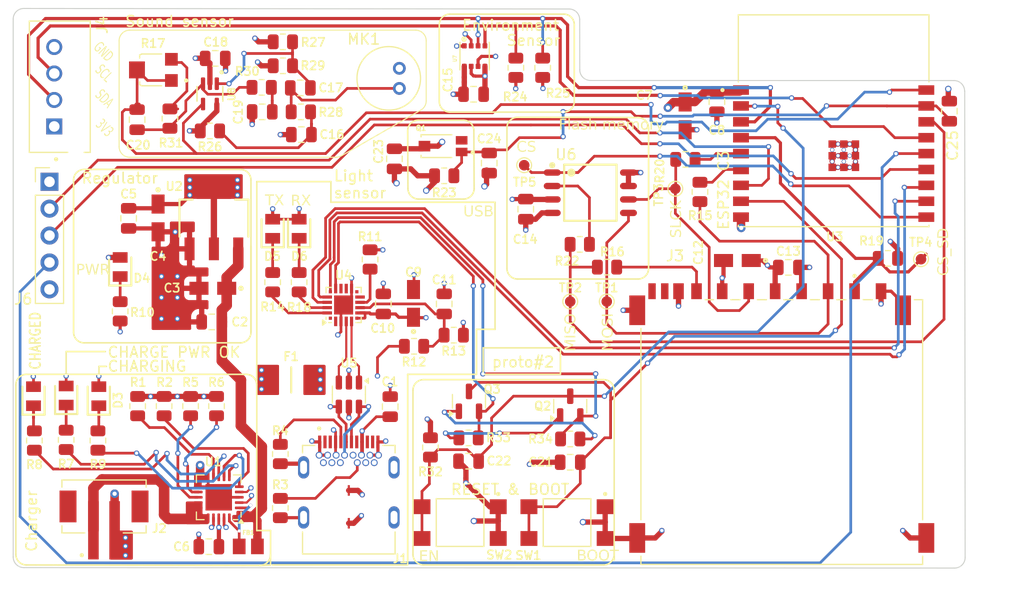
<source format=kicad_pcb>
(kicad_pcb (version 20241229) (generator "pcbnew") (generator_version "9.0")
  (layers (0 "F.Cu" signal) (4 "In1.Cu" power) (6 "In2.Cu" power) (2 "B.Cu" signal) (13 "F.Paste" user) (15 "B.Paste" user) (5 "F.SilkS" user "F.Silkscreen") (7 "B.SilkS" user "B.Silkscreen") (1 "F.Mask" user) (3 "B.Mask" user) (25 "Edge.Cuts" user))
  (net 0 "")
  (net 1 "/+5V_USB")
  (net 2 "GND")
  (net 3 "3.3V")
  (net 4 "+5V")
  (net 5 "Net-(D3-K)")
  (net 6 "Net-(D5-K)")
  (net 7 "/ESP32-C3-02/MIC_OUT")
  (net 8 "/ESP32-C3-02/EN")
  (net 9 "Net-(J1-CC1)")
  (net 10 "Net-(J1-CC2)")
  (net 11 "/VBAT")
  (net 12 "Net-(U1-PROG1)")
  (net 13 "/USB_DN")
  (net 14 "Net-(U1-PROG3)")
  (net 15 "/PWR_LED")
  (net 16 "/CHARGING_POWER_GOOD")
  (net 17 "/CHARGED")
  (net 18 "Net-(U1-~{TE})")
  (net 19 "Net-(U1-THERM)")
  (net 20 "/USB_DP")
  (net 21 "Net-(Q2-B)")
  (net 22 "/ESP32-C3-02/RTS")
  (net 23 "Net-(U4-VBUS)")
  (net 24 "/ESP32-C3-02/BOOT")
  (net 25 "/ESP32-C3-02/DTS")
  (net 26 "Net-(Q3-B)")
  (net 27 "/ESP32-C3-02/SCLK")
  (net 28 "Net-(U4-~{RST})")
  (net 29 "Net-(U4-~{RXT}{slash}GPIO.3)")
  (net 30 "Net-(U4-~{TXT}{slash}GPIO.2)")
  (net 31 "/ESP32-C3-02/CS")
  (net 32 "/ESP32-C3-02/MOSI_DI")
  (net 33 "/ESP32-C3-02/MISO_DO")
  (net 34 "/ESP32-C3-02/CS_SD")
  (net 38 "/ESP32-C3-02/SCL")
  (net 40 "/ESP32-C3-02/SDA")
  (net 43 "/ESP32-C3-02/PHOTO_C")
  (net 44 "/ESP32-C3-02/GPIO19")
  (net 45 "/ESP32-C3-02/GPIO8")
  (net 46 "/ESP32-C3-02/GPIO18")
  (net 47 "/ESP32-C3-02/TX_RX")
  (net 48 "/ESP32-C3-02/RX_TX")
  (net 49 "Net-(C16-Pad1)")
  (net 50 "Net-(C17-Pad2)")
  (net 51 "Net-(U8-IN+)")
  (net 52 "Net-(C19-Pad2)")
  (net 53 "Net-(U8-IN-)")
  (net 54 "Net-(D1-K)")
  (net 55 "Net-(D2-K)")
  (net 56 "Net-(D6-K)")
  (net 57 "Net-(U3-IO6)")
  (net 59 "Net-(J3-DAT0)")
  (net 61 "Net-(U3-IO7)")
  (net 62 "Net-(U6-DO(IO1))")
  (net 63 "/VBUS")
  (net 66 "/ESP32-C3-02/USB_D-")
  (net 67 "/ESP32-C3-02/USB_D+")
  (net 68 "/CHARGING")
  (net 77 "Net-(FB1-Pad2)")
  (net 78 "Net-(R17-Pad3)")
  (footprint "Footprints:T491A" (layer "F.Cu") (at 125.18 91.98 -90)
    (property "Reference" "C4")
    (property "Value" "10u" (hide yes))
  )
  (footprint "Resistor_SMD:R_0805_2012Metric" (layer "F.Cu") (at 128.25 109.75 90)
    (property "Reference" "R5")
    (property "Value" "2K")
  )
  (footprint "Capacitor_SMD:C_0805_2012Metric" (layer "F.Cu") (at 122.4 92.02 -90)
    (property "Reference" "C5")
    (property "Value" "0.1u")
  )
  (footprint "TestPoint:TestPoint_Pad_D1.0mm" (layer "F.Cu") (at 167.55 99.875)
    (property "Reference" "TP1")
    (property "Value" "Test MOSI")
  )
  (footprint "Resistor_SMD:R_0805_2012Metric" (layer "F.Cu") (at 121.6 100.8 90)
    (property "Reference" "R10")
    (property "Value" "330")
  )
  (footprint "Footprints:T491A" (layer "F.Cu") (at 149.3 100.05 90)
    (property "Reference" "C9")
    (property "Value" "4.7u" (hide yes))
  )
  (footprint "Package_TO_SOT_SMD:SOT-23" (layer "F.Cu") (at 164.1 109.75 90)
    (property "Reference" "Q2")
    (property "Value" "BC817")
  )
  (footprint "Footprints:LEDC2012X120N" (layer "F.Cu") (at 119.5833 108.8125 90)
    (property "Reference" "D3")
    (property "Value" "Blue" (hide yes))
  )
  (footprint "Footprints:T491A" (layer "F.Cu") (at 179.885 96 180)
    (property "Reference" "C12")
    (property "Value" "10u" (hide yes))
  )
  (footprint "Footprints:LEDC2012X120N" (layer "F.Cu") (at 121.6 96.6125 90)
    (property "Reference" "D4")
    (property "Value" "Red" (hide yes))
  )
  (footprint "Capacitor_SMD:C_0805_2012Metric" (layer "F.Cu") (at 147.1 109.8 90)
    (property "Reference" "C1")
    (property "Value" "0.1u")
  )
  (footprint "Resistor_SMD:R_0805_2012Metric" (layer "F.Cu") (at 149.35 104.1)
    (property "Reference" "R12")
    (property "Value" "22K1")
  )
  (footprint "Resistor_SMD:R_0805_2012Metric" (layer "F.Cu") (at 145.2 95.9 -90)
    (property "Reference" "R11")
    (property "Value" "1K")
  )
  (footprint "Footprints:BELFUSE_SS-52400-002" (layer "F.Cu") (at 143.1908 120.2625)
    (property "Reference" "J1")
    (property "Value" "USB_C_Receptacle")
  )
  (footprint "Resistor_SMD:R_0805_2012Metric" (layer "F.Cu") (at 154.5 112.75 180)
    (property "Reference" "R33")
    (property "Value" "10K")
  )
  (footprint "Resistor_SMD:R_0805_2012Metric" (layer "F.Cu") (at 126.3 82.6 90)
    (property "Reference" "R31")
    (property "Value" "22K")
  )
  (footprint "Footprints:VREG_LM1117MPX-3.3" (layer "F.Cu") (at 130.45 92 90)
    (property "Reference" "U2")
    (property "Value" "LM1117MPX-3.3_NOPB")
  )
  (footprint "Resistor_SMD:R_0805_2012Metric" (layer "F.Cu") (at 138.5 98.05 90)
    (property "Reference" "R18")
    (property "Value" "330")
  )
  (footprint "Resistor_SMD:R_0805_2012Metric" (layer "F.Cu") (at 134.9625 79.65 180)
    (property "Reference" "R30")
    (property "Value" "1K")
  )
  (footprint "Resistor_SMD:R_0805_2012Metric" (layer "F.Cu") (at 138.6625 81.9625)
    (property "Reference" "R28")
    (property "Value" "2K")
  )
  (footprint "Footprints:FUSC3226X100N" (layer "F.Cu") (at 137.75 107.275 180)
    (property "Reference" "F1")
    (property "Value" "0ZCH0110AF2E" (hide yes))
  )
  (footprint "Capacitor_SMD:C_0805_2012Metric" (layer "F.Cu") (at 159.9 91.15 -90)
    (property "Reference" "C14")
    (property "Value" "0.1u")
  )
  (footprint "Package_TO_SOT_SMD:SOT-23" (layer "F.Cu") (at 154.5375 109.3 90)
    (property "Reference" "Q3")
    (property "Value" "BC817")
  )
  (footprint "Resistor_SMD:R_0805_2012Metric" (layer "F.Cu") (at 165 94.475)
    (property "Reference" "R22")
    (property "Value" "50")
  )
  (footprint "Capacitor_SMD:C_0805_2012Metric" (layer "F.Cu") (at 199.9 81.9 90)
    (property "Reference" "C25")
    (property "Value" "10n")
  )
  (footprint "Capacitor_SMD:C_0805_2012Metric" (layer "F.Cu") (at 130.575 76.9125 180)
    (property "Reference" "C18")
    (property "Value" "0.1u")
  )
  (footprint "Package_TO_SOT_SMD:SOT-23-6" (layer "F.Cu") (at 143.2 108.6625 -90)
    (property "Reference" "U5")
    (property "Value" "USBLC6-2SC6")
  )
  (footprint "Capacitor_SMD:C_0805_2012Metric" (layer "F.Cu") (at 130.25 101.8 180)
    (property "Reference" "C2")
    (property "Value" "0.1u")
  )
  (footprint "Resistor_SMD:R_0805_2012Metric" (layer "F.Cu") (at 123.25 109.75 90)
    (property "Reference" "R1")
    (property "Value" "10K")
  )
  (footprint "Capacitor_SMD:C_0805_2012Metric" (layer "F.Cu") (at 123.2 82.7 90)
    (property "Reference" "C20")
    (property "Value" "100p")
  )
  (footprint "Footprints:SOT65P210X110-5N" (layer "F.Cu") (at 130.075 80.2625 -90)
    (property "Reference" "U8")
    (property "Value" "MAX4466EXK+T")
  )
  (footprint "Footprints:LEDC2012X120N" (layer "F.Cu") (at 138.5 93 90)
    (property "Reference" "D6")
    (property "Value" "Red" (hide yes))
  )
  (footprint "Footprints:MODULE_ESP32-C3-WROOM-02-H4" (layer "F.Cu") (at 188.976 82.804)
    (property "Reference" "U3")
    (property "Value" "ESP32-C3-WROOM-02-H4")
  )
  (footprint "TestPoint:TestPoint_Pad_D1.0mm" (layer "F.Cu") (at 159.75 87)
    (property "Reference" "TP5")
    (property "Value" "TEST CS")
  )
  (footprint "Footprints:JST_B4B-XH-AM__LF__SN_" (layer "F.Cu") (at 115.9 79.59 -90)
    (property "Reference" "J4")
    (property "Value" "B4B-XH-AM")
  )
  (footprint "Resistor_SMD:R_0805_2012Metric" (layer "F.Cu") (at 113.5 113 90)
    (property "Reference" "R8")
    (property "Value" "470")
  )
  (footprint "Resistor_SMD:R_0805_2012Metric" (layer "F.Cu") (at 136.9625 77.6125)
    (property "Reference" "R29")
    (property "Value" "1M")
  )
  (footprint "TestPoint:TestPoint_Pad_D1.0mm" (layer "F.Cu") (at 164.1 99.875)
    (property "Reference" "TP2")
    (property "Value" "Test MISO")
  )
  (footprint "Capacitor_SMD:C_0805_2012Metric" (layer "F.Cu") (at 156.45 86.8 -90)
    (property "Reference" "C24")
    (property "Value" "10n")
  )
  (footprint "Capacitor_SMD:C_0805_2012Metric" (layer "F.Cu") (at 147.5 86.4 -90)
    (property "Reference" "C23")
    (property "Value" "0.1u")
  )
  (footprint "Resistor_SMD:R_0805_2012Metric" (layer "F.Cu") (at 153.1 103.05)
    (property "Reference" "R13")
    (property "Value" "47K5")
  )
  (footprint "Footprints:JST_B2B-PH-SM4-TB" (layer "F.Cu") (at 120.075 119.225)
    (property "Reference" "J2")
    (property "Value" "JST_2mm_LiPo")
  )
  (footprint "Capacitor_SMD:C_0805_2012Metric" (layer "F.Cu") (at 184.7 96.65 180)
    (property "Reference" "C13")
    (property "Value" "0.1u")
  )
  (footprint "TestPoint:TestPoint_Pad_D1.0mm" (layer "F.Cu") (at 174.025 89.225)
    (property "Reference" "TP3")
    (property "Value" "Test CLK")
  )
  (footprint "Resistor_SMD:R_0805_2012Metric" (layer "F.Cu") (at 130.7 109.75 90)
    (property "Reference" "R6")
    (property "Value" "20K")
  )
  (footprint "Footprints:PSON65P250X250X100-8N" (layer "F.Cu") (at 155.0725 76.6975 90)
    (property "Reference" "U7")
    (property "Value" "BME280")
  )
  (footprint "Footprints:SW_TL3305AF260QG" (layer "F.Cu") (at 163.8 120.75 -90)
    (property "Reference" "SW1")
    (property "Value" "1101NE")
  )
  (footprint "Resistor_SMD:R_0805_2012Metric" (layer "F.Cu") (at 136.725 119.375 -90)
    (property "Reference" "R3")
    (property "Value" "5k1")
  )
  (footprint "Capacitor_SMD:C_0805_2012Metric" (layer "F.Cu") (at 129.975 123.025 180)
    (property "Reference" "C6")
    (property "Value" "1u")
  )
  (footprint "Resistor_SMD:R_0805_2012Metric" (layer "F.Cu") (at 164.1 112.85)
    (property "Reference" "R34")
    (property "Value" "10K")
  )
  (footprint "Footprints:CUI_CMC-5042PF-AC" (layer "F.Cu") (at 146.9625 78.8)
    (property "Reference" "MK1")
    (property "Value" "CMC-5042PF-AC")
  )
  (footprint "Footprints:T491A" (layer "F.Cu") (at 130.35 98.625 180)
    (property "Reference" "C3")
    (property "Value" "10u" (hide yes))
  )
  (footprint "Footprints:TRANS_TEMT6000X01" (layer "F.Cu") (at 152.09 85.2 180)
    (property "Reference" "Q1")
    (property "Value" "TEMT6000X01")
  )
  (footprint "Capacitor_SMD:C_0805_2012Metric" (layer "F.Cu") (at 138.6125 79.7 180)
    (property "Reference" "C17")
    (property "Value" "10n")
  )
  (footprint "Resistor_SMD:R_0805_2012Metric" (layer "F.Cu") (at 152.2 88 180)
    (property "Reference" "R23")
    (property "Value" "10K")
  )
  (footprint "Resistor_SMD:R_0805_2012Metric" (layer "F.Cu") (at 150.9 113.65 90)
    (property "Reference" "R32")
    (property "Value" "10K")
  )
  (footprint "Capacitor_SMD:C_0805_2012Metric" (layer "F.Cu") (at 135.0125 81.9625)
    (property "Reference" "C19")
    (property "Value" "10u")
  )
  (footprint "Package_DFN_QFN:QFN-20-1EP_4x4mm_P0.5mm_EP2.5x2.5mm" (layer "F.Cu") (at 130.91 118.36 180)
    (property "Reference" "U1")
    (property "Value" "MCP73871")
  )
  (footprint "Resistor_SMD:R_0805_2012Metric" (layer "F.Cu") (at 116.5 112.9375 90)
    (property "Reference" "R7")
    (property "Value" "470")
  )
  (footprint "Resistor_SMD:R_0805_2012Metric" (layer "F.Cu") (at 161.5 77.8 90)
    (property "Reference" "R25")
    (property "Value" "4K7")
  )
  (footprint "Resistor_SMD:R_0805_2012Metric" (layer "F.Cu") (at 194.1 95.8)
    (property "Reference" "R19")
    (property "Value" "10K")
  )
  (footprint "Footprints:BEADC2012X105N" (layer "F.Cu") (at 133.7 123 180)
    (property "Reference" "FB1")
    (property "Value" "FBMJ2125HM330-T")
  )
  (footprint "Package_DFN_QFN:SiliconLabs_QFN-20-1EP_3x3mm_P0.5mm_EP1.8x1.8mm" (layer "F.Cu") (at 142.7 100.2 90)
    (property "Reference" "U4")
    (property "Value" "CP2102N-A02-GQFN20")
  )
  (footprint "Capacitor_SMD:C_0805_2012Metric" (layer "F.Cu") (at 164.1 115.05 180)
    (property "Reference" "C21")
    (property "Value" "0.1u")
  )
  (footprint "Footprints:LEDC2012X120N" (layer "F.Cu") (at 136 93 90)
    (property "Reference" "D5")
    (property "Value" "Green" (hide yes))
  )
  (footprint "Resistor_SMD:R_0805_2012Metric" (layer "F.Cu") (at 174.975 86.45)
    (property "Reference" "R20")
    (property "Value" "50")
  )
  (footprint "Capacitor_SMD:C_0805_2012Metric" (layer "F.Cu") (at 152.2 100.1 90)
    (property "Reference" "C11")
    (property "Value" "1u")
  )
  (footprint "Connector_PinHeader_2.54mm:PinHeader_1x05_P2.54mm_Vertical" (layer "F.Cu") (at 114.925 88.565)
    (property "Reference" "J6")
    (property "Value" "Conn_01x05")
  )
  (footprint "Capacitor_SMD:C_0805_2012Metric" (layer "F.Cu") (at 154.9725 80.3 180)
    (property "Reference" "C15")
    (property "Value" "0.1u")
  )
  (footprint "Capacitor_SMD:C_0805_2012Metric" (layer "F.Cu") (at 154.5 114.95 180)
    (property "Reference" "C22")
    (property "Value" "1u")
  )
  (footprint "Footprints:LEDC2012X120N" (layer "F.Cu") (at 113.4167 108.8125 90)
    (property "Reference" "D2" (hide yes))
    (property "Value" "Green" (hide yes))
  )
  (footprint "Capacitor_SMD:C_0805_2012Metric" (layer "F.Cu") (at 138.7125 84.1125 180)
    (property "Reference" "C16")
    (property "Value" "0.1u")
  )
  (footprint "Resistor_SMD:R_0805_2012Metric" (layer "F.Cu") (at 167.575 96.625 180)
    (property "Reference" "R16")
    (property "Value" "50")
  )
  (footprint "Footprints:T491A" (layer "F.Cu") (at 174.95 82.34 -90)
    (property "Reference" "C7")
    (property "Value" "10u" (hide yes))
  )
  (footprint "TestPoint:TestPoint_Pad_D1.0mm" (layer "F.Cu") (at 197.225 95.875)
    (property "Reference" "TP4")
    (property "Value" "TEST CS_SD")
  )
  (footprint "Footprints:TRIM_35WR100KLFTR" (layer "F.Cu") (at 124.8375 78 180)
    (property "Reference" "R17")
    (property "Value" "35WR100KLFTR")
  )
  (footprint "Footprints:LEDC2012X120N" (layer "F.Cu") (at 116.5 108.75 90)
    (property "Reference" "D1" (hide yes))
    (property "Value" "Red" (hide yes))
  )
  (footprint "Footprints:SW_TL3305AF260QG" (layer "F.Cu") (at 153.7 120.75 -90)
    (property "Reference" "SW2")
    (property "Value" "1101NE")
  )
  (footprint "Resistor_SMD:R_0805_2012Metric" (layer "F.Cu") (at 136.9625 75.35 180)
    (property "Reference" "R27")
    (property "Value" "1M")
  )
  (footprint "Resistor_SMD:R_0805_2012Metric" (layer "F.Cu") (at 130.075 83.7625 180)
    (property "Reference" "R26")
    (property "Value" "2K")
  )
  (footprint "Footprints:SOIC127P790X216-8N" (layer "F.Cu") (at 166 89.6)
    (property "Reference" "U6")
    (property "Value" "W25Q32JVSSIQ")
  )
  (footprint "Resistor_SMD:R_0805_2012Metric" (layer "F.Cu") (at 119.5 113 90)
    (property "Reference" "R9")
    (property "Value" "470")
  )
  (footprint "Footprints:AMPHENOL_GSD090012SEU" (layer "F.Cu") (at 184.076 112.2)
    (property "Reference" "J3")
    (property "Value" "GSD090012SEU")
  )
  (footprint "Capacitor_SMD:C_0805_2012Metric" (layer "F.Cu") (at 177.95 81 -90)
    (property "Reference" "C8")
    (property "Value" "0.1u")
  )
  (footprint "Resistor_SMD:R_0805_2012Metric" (layer "F.Cu") (at 158.965 77.8 90)
    (property "Reference" "R24")
    (property "Value" "4K7")
  )
  (footprint "Capacitor_SMD:C_0805_2012Metric" (layer "F.Cu") (at 146.45 100.1 90)
    (property "Reference" "C10")
    (property "Value" "0.1u")
  )
  (footprint "Resistor_SMD:R_0805_2012Metric" (layer "F.Cu") (at 136 98.05 90)
    (property "Reference" "R14")
    (property "Value" "330")
  )
  (footprint "Resistor_SMD:R_0805_2012Metric" (layer "F.Cu") (at 125.75 109.75 90)
    (property "Reference" "R2")
    (property "Value" "10K")
  )
  (footprint "Resistor_SMD:R_0805_2012Metric" (layer "F.Cu") (at 136.725 114.275 -90)
    (property "Reference" "R4")
    (property "Value" "5k1")
  )
  (footprint "Resistor_SMD:R_0805_2012Metric" (layer "F.Cu") (at 176.35 89.525 90)
    (property "Reference" "R15")
    (property "Value" "50")
  )
  (gr_arc (start 150.25 124.75) (mid 149.542893 124.457107) (end 149.25 123.75) (stroke (width 0.15)) (layer "F.SilkS"))
  (gr_line (start 135.8 124.758333) (end 134.8 124.8) (stroke (width 0.15)) (layer "F.SilkS"))
  (gr_line (start 155.25 106.75) (end 155.25 102.5) (stroke (width 0.15)) (layer "F.SilkS"))
  (gr_line (start 135.8 121.5) (end 135.8 124.758333) (stroke (width 0.15)) (layer "F.SilkS"))
  (gr_line (start 154.025 90.2) (end 149.775 90.2) (stroke (width 0.15)) (layer "F.SilkS"))
  (gr_arc (start 135.792893 123.792893) (mid 135.5 124.5) (end 134.792893 124.792893) (stroke (width 0.15)) (layer "F.SilkS"))
  (gr_arc (start 112.75 124.75) (mid 112.042893 124.457107) (end 111.75 123.75) (stroke (width 0.15)) (layer "F.SilkS"))
  (gr_arc (start 150.5 80.921853) (mid 150.365744 81.422387) (end 149.998964 81.788475) (stroke (width 0.1)) (layer "F.SilkS"))
  (gr_line (start 136 124.75) (end 148.75 124.75) (stroke (width 0.15)) (layer "F.SilkS"))
  (gr_arc (start 159.125 97.75) (mid 158.417893 97.457107) (end 158.125 96.75) (stroke (width 0.15)) (layer "F.SilkS"))
  (gr_arc (start 158.125 83.475) (mid 158.417893 82.767893) (end 159.125 82.475) (stroke (width 0.15)) (layer "F.SilkS"))
  (gr_arc (start 168.25 123.75) (mid 167.957107 124.457107) (end 167.25 124.75) (stroke (width 0.15)) (layer "F.SilkS"))
  (gr_line (start 122.5 86.25) (end 141.982691 86.25) (stroke (width 0.1)) (layer "F.SilkS"))
  (gr_line (start 116.5 104.6) (end 116.5 106.7) (stroke (width 0.15)) (layer "F.SilkS"))
  (gr_line (start 118.2 87.4) (end 132.95 87.4) (stroke (width 0.15)) (layer "F.SilkS"))
  (gr_line (start 168.25 108.25) (end 168.25 123.75) (stroke (width 0.15)) (layer "F.SilkS"))
  (gr_arc (start 111.75 107.75) (mid 112.042893 107.042893) (end 112.75 106.75) (stroke (width 0.15)) (layer "F.SilkS"))
  (gr_arc (start 132.95 87.4) (mid 133.657107 87.692893) (end 133.95 88.4) (stroke (width 0.15)) (layer "F.SilkS"))
  (gr_arc (start 118.2 103.775) (mid 117.492893 103.482107) (end 117.2 102.775) (stroke (width 0.15)) (layer "F.SilkS"))
  (gr_line (start 149.5 74.25) (end 122.5 74.25) (stroke (width 0.1)) (layer "F.SilkS"))
  (gr_line (start 134.792893 124.792892) (end 112.75 124.75) (stroke (width 0.15)) (layer "F.SilkS"))
  (gr_line (start 141.5 88.55) (end 134.5 88.55) (stroke (width 0.15)) (layer "F.SilkS"))
  (gr_line (start 163.485 81.985) (end 152.735 81.985) (stroke (width 0.15)) (layer "F.SilkS"))
  (gr_arc (start 167.25 107.25) (mid 167.957107 107.542893) (end 168.25 108.25) (stroke (width 0.15)) (layer "F.SilkS"))
  (gr_line (start 167.25 124.75) (end 150.25 124.75) (stroke (width 0.15)) (layer "F.SilkS"))
  (gr_arc (start 133.95 102.775) (mid 133.657107 103.482107) (end 132.95 103.775) (stroke (width 0.15)) (layer "F.SilkS"))
  (gr_line (start 120.2 104.6) (end 116.5 104.6) (stroke (width 0.15)) (layer "F.SilkS"))
  (gr_line (start 142.481656 86.116623) (end 149.998964 81.788475) (stroke (width 0.1)) (layer "F.SilkS"))
  (gr_arc (start 122.5 86.25) (mid 121.792893 85.957107) (end 121.5 85.25) (stroke (width 0.1)) (layer "F.SilkS"))
  (gr_line (start 171.5 83.5) (end 171.5 96.75) (stroke (width 0.15)) (layer "F.SilkS"))
  (gr_line (start 149.75 82.75) (end 154 82.75) (stroke (width 0.15)) (layer "F.SilkS"))
  (gr_line (start 111.75 123.75) (end 111.75 107.75) (stroke (width 0.15)) (layer "F.SilkS"))
  (gr_line (start 150.5 80.921853) (end 150.5 75.25) (stroke (width 0.1)) (layer "F.SilkS"))
  (gr_line (start 148.75 124.75) (end 148.75 106.75) (stroke (width 0.15)) (layer "F.SilkS"))
  (gr_line (start 170.5 97.75) (end 159.125 97.75) (stroke (width 0.15)) (layer "F.SilkS"))
  (gr_arc (start 149.5 74.25) (mid 150.207107 74.542893) (end 150.5 75.25) (stroke (width 0.1)) (layer "F.SilkS"))
  (gr_line (start 133.95 94.65) (end 133.95 102.775) (stroke (width 0.15)) (layer "F.SilkS"))
  (gr_line (start 164.485 73.735) (end 164.485 80.985) (stroke (width 0.15)) (layer "F.SilkS"))
  (gr_arc (start 152.735 81.985) (mid 152.027893 81.692107) (end 151.735 80.985) (stroke (width 0.15)) (layer "F.SilkS"))
  (gr_line (start 149.25 123.75) (end 149.25 108.25) (stroke (width 0.15)) (layer "F.SilkS"))
  (gr_arc (start 154 82.75) (mid 154.707107 83.042893) (end 155 83.75) (stroke (width 0.15)) (layer "F.SilkS"))
  (gr_line (start 120.3 106) (end 119.6 106) (stroke (width 0.15)) (layer "F.SilkS"))
  (gr_arc (start 142.481656 86.116623) (mid 142.240933 86.216079) (end 141.982691 86.25) (stroke (width 0.1)) (layer "F.SilkS"))
  (gr_arc (start 170.5 82.5) (mid 171.207107 82.792893) (end 171.5 83.5) (stroke (width 0.15)) (layer "F.SilkS"))
  (gr_line (start 152.735 72.735) (end 163.485 72.735) (stroke (width 0.15)) (layer "F.SilkS"))
  (gr_line (start 117.2 102.775) (end 117.2 88.4) (stroke (width 0.15)) (layer "F.SilkS"))
  (gr_arc (start 151.735 73.735) (mid 152.027893 73.027893) (end 152.735 72.735) (stroke (width 0.15)) (layer "F.SilkS"))
  (gr_line (start 151.735 80.985) (end 151.735 73.735) (stroke (width 0.15)) (layer "F.SilkS"))
  (gr_arc (start 117.2 88.4) (mid 117.492893 87.692893) (end 118.2 87.4) (stroke (width 0.15)) (layer "F.SilkS"))
  (gr_line (start 112.75 106.75) (end 133.5 106.75) (stroke (width 0.15)) (layer "F.SilkS"))
  (gr_arc (start 163.485 72.735) (mid 164.192107 73.027893) (end 164.485 73.735) (stroke (width 0.15)) (layer "F.SilkS"))
  (gr_arc (start 164.485 80.985) (mid 164.192107 81.692107) (end 163.485 81.985) (stroke (width 0.15)) (layer "F.SilkS"))
  (gr_arc (start 121.5 75.25) (mid 121.792893 74.542893) (end 122.5 74.25) (stroke (width 0.1)) (layer "F.SilkS"))
  (gr_line (start 150.25 107.25) (end 167.25 107.25) (stroke (width 0.15)) (layer "F.SilkS"))
  (gr_line (start 148.775 89.2) (end 148.75 83.8) (stroke (width 0.15)) (layer "F.SilkS"))
  (gr_arc (start 149.25 108.25) (mid 149.542893 107.542893) (end 150.25 107.25) (stroke (width 0.15)) (layer "F.SilkS"))
  (gr_line (start 157 102.5) (end 157 90.5) (stroke (width 0.15)) (layer "F.SilkS"))
  (gr_arc (start 155.025 89.2) (mid 154.732107 89.907107) (end 154.025 90.2) (stroke (width 0.15)) (layer "F.SilkS"))
  (gr_arc (start 133.5 106.75) (mid 134.207107 107.042893) (end 134.5 107.75) (stroke (width 0.15)) (layer "F.SilkS"))
  (gr_line (start 134.5 88.55) (end 134.5 107.75) (stroke (width 0.15)) (layer "F.SilkS"))
  (gr_line (start 155 83.75) (end 155.025 89.2) (stroke (width 0.15)) (layer "F.SilkS"))
  (gr_line (start 119.6 106.7) (end 119.6 106) (stroke (width 0.15)) (layer "F.SilkS"))
  (gr_arc (start 148.75 83.75) (mid 149.042893 83.042893) (end 149.75 82.75) (stroke (width 0.15)) (layer "F.SilkS"))
  (gr_line (start 134.5 121.5) (end 135.8 121.5) (stroke (width 0.15)) (layer "F.SilkS"))
  (gr_line (start 155.25 102.5) (end 157 102.5) (stroke (width 0.15)) (layer "F.SilkS"))
  (gr_line (start 148.75 106.75) (end 155.25 106.75) (stroke (width 0.15)) (layer "F.SilkS"))
  (gr_arc (start 149.775 90.2) (mid 149.067893 89.907107) (end 148.775 89.2) (stroke (width 0.15)) (layer "F.SilkS"))
  (gr_line (start 121.5 75.25) (end 121.5 85.25) (stroke (width 0.1)) (layer "F.SilkS"))
  (gr_line (start 157 90.5) (end 141.5 90.5) (stroke (width 0.15)) (layer "F.SilkS"))
  (gr_arc (start 171.5 96.75) (mid 171.207107 97.457107) (end 170.5 97.75) (stroke (width 0.15)) (layer "F.SilkS"))
  (gr_line (start 133.95 88.4) (end 133.95 102.775) (stroke (width 0.15)) (layer "F.SilkS"))
  (gr_line (start 158.125 96.725) (end 158.125 83.475) (stroke (width 0.15)) (layer "F.SilkS"))
  (gr_line (start 132.95 103.775) (end 118.2 103.775) (stroke (width 0.15)) (layer "F.SilkS"))
  (gr_line (start 141.5 90.5) (end 141.5 88.55) (stroke (width 0.15)) (layer "F.SilkS"))
  (gr_line (start 134.5 107.75) (end 134.5 121.5) (stroke (width 0.15)) (layer "F.SilkS"))
  (gr_line (start 159.125 82.475) (end 170.5 82.5) (stroke (width 0.15)) (layer "F.SilkS"))
  (gr_arc (start 166.000083 78.999999) (mid 165.291996 78.69743) (end 164.999995 77.981799) (stroke (width 0.1)) (layer "Edge.Cuts"))
  (gr_arc (start 200.343107 79.007108) (mid 201.05 79.3) (end 201.342893 80.007107) (stroke (width 0.1)) (layer "Edge.Cuts"))
  (gr_line (start 201.342893 80.007107) (end 201.350959 80.007107) (stroke (width 0.1)) (layer "Edge.Cuts"))
  (gr_line (start 164.999995 77.981799) (end 164.992897 73.252498) (stroke (width 0.1)) (layer "Edge.Cuts"))
  (gr_line (start 112.526634 124.999644) (end 200.392408 125.042893) (stroke (width 0.1)) (layer "Edge.Cuts"))
  (gr_arc (start 201.392892 124.041948) (mid 201.1 124.75) (end 200.392408 125.042893) (stroke (width 0.1)) (layer "Edge.Cuts"))
  (gr_line (start 201.392892 124.041948) (end 201.350959 80.007107) (stroke (width 0.1)) (layer "Edge.Cuts"))
  (gr_arc (start 111.499174 73.199999) (mid 111.792067 72.492892) (end 112.5 72.2) (stroke (width 0.1)) (layer "Edge.Cuts"))
  (gr_line (start 111.5 73.199999) (end 111.5 124) (stroke (width 0.1)) (layer "Edge.Cuts"))
  (gr_line (start 200.343107 79.007108) (end 166.000083 78.999999) (stroke (width 0.1)) (layer "Edge.Cuts"))
  (gr_arc (start 112.526634 124.999644) (mid 111.792893 124.707107) (end 111.500002 124) (stroke (width 0.1)) (layer "Edge.Cuts"))
  (gr_line (start 111.500002 124) (end 111.5 124) (stroke (width 0.1)) (layer "Edge.Cuts"))
  (gr_arc (start 163.993733 72.250001) (mid 164.7 72.542893) (end 164.992897 73.252498) (stroke (width 0.1)) (layer "Edge.Cuts"))
  (gr_line (start 163.993733 72.250001) (end 112.506411 72.2) (stroke (width 0.1)) (layer "Edge.Cuts"))
  (gr_text "SCL" (at 119.05 78.2 -45) (layer "F.SilkS") (effects (font (size 1 0.6)) (justify left bottom)))
  (gr_text "SLCK" (at 174.725 93.875 90) (layer "F.SilkS") (effects (font (size 1 1)) (justify left bottom)))
  (gr_text "3V3" (at 119.1 83.35 -45) (layer "F.SilkS") (effects (font (size 1 0.6)) (justify left bottom)))
  (gr_text "Sound sensor" (at 122 74 0) (layer "F.SilkS") (effects (font (size 1 1)) (justify left bottom)))
  (gr_text "ESP32 C3" (at 179.16 93.19 90) (layer "F.SilkS") (effects (font (size 1 1)) (justify left bottom)))
  (gr_text "SDA" (at 119.05 80.55 -45) (layer "F.SilkS") (effects (font (size 1 0.6)) (justify left bottom)))
  (gr_text "EN" (at 149.8 124.55 0) (layer "F.SilkS") (effects (font (size 1 1)) (justify left bottom)))
  (gr_text "Charger" (at 113.82 123.6 90) (layer "F.SilkS") (effects (font (size 1 1)) (justify left bottom)))
  (gr_text "USB" (at 154 92 0) (layer "F.SilkS") (effects (font (size 1 1)) (justify left bottom)))
  (gr_text "CHARGE PWR OK" (at 120.325 105.25 0) (layer "F.SilkS") (effects (font (size 1 1)) (justify left bottom)))
  (gr_text "Regulator" (at 117.875 88.8 0) (layer "F.SilkS") (effects (font (size 1 1)) (justify left bottom)))
  (gr_text "CHARGING" (at 120.325 106.575 0) (layer "F.SilkS") (effects (font (size 1 1)) (justify left bottom)))
  (gr_text "Flash memory" (at 163 83.8 0) (layer "F.SilkS") (effects (font (size 1 1)) (justify left bottom)))
  (gr_text "CS" (at 159.025 85.9 0) (layer "F.SilkS") (effects (font (size 1 1)) (justify left bottom)))
  (gr_text "BOOT" (at 164.7 124.5 0) (layer "F.SilkS") (effects (font (size 1 1)) (justify left bottom)))
  (gr_text "MOSI" (at 168.275 104.575 90) (layer "F.SilkS") (effects (font (size 1 1)) (justify left bottom)))
  (gr_text "Environment" (at 153.8 74.375 0) (layer "F.SilkS") (effects (font (size 1 1)) (justify left bottom)))
  (gr_text "RESET & BOOT\n" (at 152.75 118.2 0) (layer "F.SilkS") (effects (font (size 1 1)) (justify left bottom)))
  (gr_text "Light \nsensor" (at 141.7 90.2 0) (layer "F.SilkS") (effects (font (size 1 1)) (justify left bottom)))
  (gr_text "CHARGED" (at 114.175 106.4 90) (layer "F.SilkS") (effects (font (size 1 0.8)) (justify left bottom)))
  (gr_text "CS_SD" (at 199.95 97.45 90) (layer "F.SilkS") (effects (font (size 1 1)) (justify left bottom)))
  (gr_text "RX" (at 137.7 90.975 0) (layer "F.SilkS") (effects (font (size 1 1)) (justify left bottom)))
  (gr_text "TX" (at 135.275 90.95 0) (layer "F.SilkS") (effects (font (size 1 1)) (justify left bottom)))
  (gr_text "GND" (at 118.9 76.05 -45) (layer "F.SilkS") (effects (font (size 1 0.6)) (justify left bottom)))
  (gr_text "Sensor" (at 158 75.8 0) (layer "F.SilkS") (effects (font (size 1 1)) (justify left bottom)))
  (gr_text "PWR" (at 117.425 97.5 0) (layer "F.SilkS") (effects (font (size 1 1)) (justify left bottom)))
  (gr_text "MISO" (at 164.75 104.6 90) (layer "F.SilkS") (effects (font (size 1 1)) (justify left bottom)))
  (gr_text_box "proto#2" (start 155.875 104.25) (end 163.175 106.75) (margins 0.825 0.825 0.825 0.825) (layer "F.SilkS") (effects (font (size 1 1)) (justify left top)) (border yes) (stroke (width 0.15)))
  (segment (start 130.41 121.015) (end 130.225 121.2) (width 0.254) (layer "F.Cu") (net 1))
  (segment (start 130.91 120.2975) (end 130.9 120.3075) (width 0.2) (layer "F.Cu") (net 1))
  (segment (start 134 118.2) (end 134 118.4) (width 0.2) (layer "F.Cu") (net 1))
  (segment (start 113.4 106.95) (end 113.4167 106.9667) (width 0.254) (layer "F.Cu") (net 1))
  (segment (start 133.54 118.86) (end 132.8475 118.86) (width 0.2) (layer "F.Cu") (net 1))
  (segment (start 116.5 106.9) (end 116.5 107.85) (width 0.254) (layer "F.Cu") (net 1))
  (segment (start 130.41 120.2975) (end 130.41 121.015) (width 0.254) (layer "F.Cu") (net 1))
  (segment (start 133.565 117.86) (end 132.8475 117.86) (width 0.2) (layer "F.Cu") (net 1))
  (segment (start 113.4167 106.9667) (end 113.4167 107.9125) (width 0.254) (layer "F.Cu") (net 1))
  (segment (start 134 118.4) (end 133.54 118.86) (width 0.2) (layer "F.Cu") (net 1))
  (segment (start 133.95 117.475) (end 133.565 117.86) (width 0.2) (layer "F.Cu") (net 1))
  (segment (start 130.925 121.2) (end 130.925 123.025) (width 0.4) (layer "F.Cu") (net 1))
  (segment (start 130.91 120.2975) (end 130.91 121.185) (width 0.254) (layer "F.Cu") (net 1))
  (segment (start 119.5833 106.9167) (end 119.5833 107.9125) (width 0.254) (layer "F.Cu") (net 1))
  (segment (start 130.91 121.185) (end 130.925 121.2) (width 0.2) (layer "F.Cu") (net 1))
  (segment (start 131.41 121.01) (end 131.6 121.2) (width 0.254) (layer "F.Cu") (net 1))
  (segment (start 131.41 120.2975) (end 131.41 121.01) (width 0.254) (layer "F.Cu") (net 1))
  (via (at 134.95 107.2) (size 0.5) (drill 0.3) (layers "F.Cu" "B.Cu") (net 1))
  (via (at 134.95 108.15) (size 0.5) (drill 0.3) (layers "F.Cu" "B.Cu") (net 1))
  (via (at 119.5833 106.9167) (size 0.5) (drill 0.3) (layers "F.Cu" "B.Cu") (net 1))
  (via (at 134.95 106.35) (size 0.5) (drill 0.3) (layers "F.Cu" "B.Cu") (net 1))
  (via (at 130.225 121.2) (size 0.5) (drill 0.3) (layers "F.Cu" "B.Cu") (net 1))
  (via (at 134 118.2) (size 0.5) (drill 0.3) (layers "F.Cu" "B.Cu") (net 1))
  (via (at 116.5 106.9) (size 0.5) (drill 0.3) (layers "F.Cu" "B.Cu") (net 1))
  (via (at 113.4 106.95) (size 0.5) (drill 0.3) (layers "F.Cu" "B.Cu") (net 1))
  (via (at 130.925 121.2) (size 0.5) (drill 0.3) (layers "F.Cu" "B.Cu") (net 1))
  (via (at 131.6 121.2) (size 0.5) (drill 0.3) (layers "F.Cu" "B.Cu") (net 1))
  (via (at 133.95 117.475) (size 0.5) (drill 0.3) (layers "F.Cu" "B.Cu") (net 1))
  (segment (start 156.5 119.25) (end 154.25 117) (width 0.5) (layer "F.Cu") (net 2))
  (segment (start 134.0625 82.8557) (end 134.0625 81.9625) (width 0.5) (layer "F.Cu") (net 2))
  (segment (start 194.4 98.9) (end 195.526 100.026) (width 0.3) (layer "F.Cu") (net 2))
  (segment (start 147.5 88.5) (end 147.7 88.7) (width 0.5) (layer "F.Cu") (net 2))
  (segment (start 170.376 122.25) (end 170.426 122.2) (width 0.5) (layer "F.Cu") (net 2))
  (segment (start 170.426 122.2) (end 172.125 122.2) (width 0.5) (layer "F.Cu") (net 2))
  (segment (start 188.836 86.654) (end 188.836 86.104) (width 0.5) (layer "F.Cu") (net 2))
  (segment (start 146.45 98.15) (end 146.45 99.15) (width 0.254) (layer "F.Cu") (net 2))
  (segment (start 176.05 83.65) (end 174.95 83.65) (width 0.5) (layer "F.Cu") (net 2))
  (segment (start 154.0125 101.8625) (end 154 101.85) (width 0.254) (layer "F.Cu") (net 2))
  (segment (start 180.25 92.925) (end 180.226 92.901) (width 0.254) (layer "F.Cu") (net 2))
  (segment (start 151.2875 88) (end 151.2875 88.6125) (width 0.5) (layer "F.Cu") (net 2))
  (segment (start 157.3 122.25) (end 157.3 120.6) (width 0.5) (layer "F.Cu") (net 2))
  (segment (start 157.3 120.6) (end 157.3 119.25) (width 0.5) (layer "F.Cu") (net 2))
  (segment (start 139.7825 113.1325) (end 139.7 113.05) (width 0.3) (layer "F.Cu") (net 2))
  (segment (start 129.3 98.885) (end 129.04 98.625) (width 0.5) (layer "F.Cu") (net 2))
  (segment (start 195.526 99.7116) (end 195.1315 100.1061) (width 0.5) (layer "F.Cu") (net 2))
  (segment (start 136.725 115.1875) (end 138.5758 115.1875) (width 0.4) (layer "F.Cu") (net 2))
  (segment (start 193.451 100.099) (end 193.451 98.9) (width 0.5) (layer "F.Cu") (net 2))
  (segment (start 188.836 85.004) (end 189.386 85.004) (width 0.5) (layer "F.Cu") (net 2))
  (segment (start 146.5925 113.1325) (end 146.675 113.05) (width 0.3) (layer "F.Cu") (net 2))
  (segment (start 145.1908 114.3825) (end 145.9908 114.3825) (width 0.3) (layer "F.Cu") (net 2))
  (segment (start 129.91 117.36) (end 130.91 118.36) (width 0.254) (layer "F.Cu") (net 2))
  (segment (start 140.3908 114.3825) (end 141.1908 114.3825) (width 0.3) (layer "F.Cu") (net 2))
  (segment (start 155.985 79.885) (end 155.923 79.9475) (width 0.5) (layer "F.Cu") (net 2))
  (segment (start 193.45 100.1) (end 193.451 100.099) (width 0.5) (layer "F.Cu") (net 2))
  (segment (start 143.1913 120.812) (end 143.1908 120.8125) (width 0.5) (layer "F.Cu") (net 2))
  (segment (start 154.7475 78.3475) (end 154.975 78.575) (width 0.3) (layer "F.Cu") (net 2))
  (segment (start 142.45 102.725) (end 142.15 103.025) (width 0.254) (layer "F.Cu") (net 2))
  (segment (start 170.426 100.7) (end 170.376 100.75) (width 0.5) (layer "F.Cu") (net 2))
  (segment (start 130.7 108.8375) (end 130.7005 108.838) (width 0.5) (layer "F.Cu") (net 2))
  (segment (start 185.951 98.9) (end 185.951 96.951) (width 0.5) (layer "F.Cu") (net 2))
  (segment (start 153.55 114.95) (end 154.25 115.65) (width 0.5) (layer "F.Cu") (net 2))
  (segment (start 189.386 87.204) (end 188.836 87.204) (width 0.5) (layer "F.Cu") (net 2))
  (segment (start 121.075 118.025) (end 121.075 121.475) (width 0.8) (layer "F.Cu") (net 2))
  (segment (start 140.4408 113.1325) (end 140.4408 114.3325) (width 0.3) (layer "F.Cu") (net 2))
  (segment (start 147.578 115.65) (end 147.4605 115.532) (width 0.5) (layer "F.Cu") (net 2))
  (segment (start 155.985 79.885) (end 155.9225 79.9475) (width 0.5) (layer "F.Cu") (net 2))
  (segment (start 149.35 97.35) (end 149.35 98.69) (width 0.254) (layer "F.Cu") (net 2))
  (segment (start 154.0125 103.05) (end 154.0125 101.8625) (width 0.3) (layer "F.Cu") (net 2))
  (segment (start 193.451 98.9) (end 194.4 98.9) (width 0.3) (layer "F.Cu") (net 2))
  (segment (start 142.45 100.45) (end 142.7 100.2) (width 0.254) (layer "F.Cu") (net 2))
  (segment (start 128.9725 117.36) (end 128.972 117.36) (width 0.254) (layer "F.Cu") (net 2))
  (segment (start 123.275 108.8125) (end 123.25 108.8375) (width 0.3) (layer "F.Cu") (net 2))
  (segment (start 147.4608 115.5328) (end 147.4608 115.5325) (width 0.5) (layer "F.Cu") (net 2))
  (segment (start 143.1913 120.812) (end 143.6555 120.812) (width 0.5) (layer "F.Cu") (net 2))
  (segment (start 154.7475 77.6675) (end 154.7475 78.3475) (width 0.3) (layer "F.Cu") (net 2))
  (segment (start 178.45 97.65) (end 178.451 97.651) (width 0.254) (layer "F.Cu") (net 2))
  (segment (start 147.5 87.35) (end 149.05 87.35) (width 0.5) (layer "F.Cu") (net 2))
  (segment (start 130.91 118.27) (end 131.88 117.3) (width 0.254) (layer "F.Cu") (net 2))
  (segment (start 122.4 92.97) (end 124.86 92.97) (width 0.4) (layer "F.Cu") (net 2))
  (segment (start 131.07 118.36) (end 132.07 117.36) (width 0.254) (layer "F.Cu") (net 2))
  (segment (start 178.575 97.525) (end 178.45 97.65) (width 0.4) (layer "F.Cu") (net 2))
  (segment (start 121.5995 101.712) (end 121.6 101.7125) (width 0.5) (layer "F.Cu") (net 2))
  (segment (start 128.9725 117.36) (end 129.91 117.36) (width 0.254) (layer "F.Cu") (net 2))
  (segment (start 134.062 83.15) (end 134.062 82.8562) (width 0.5) (layer "F.Cu") (net 2))
  (segment (start 130.91 118.36) (end 130.62 118.36) (width 0.254) (layer "F.Cu") (net 2))
  (segment (start 136.05 77.6125) (end 134.925 77.6125) (width 0.5) (layer "F.Cu") (net 2))
  (segment (start 152.2 98.15) (end 152.2 99.15) (width 0.254) (layer "F.Cu") (net 2))
  (segment (start 178.451 97.651) (end 178.451 98.9) (width 0.4) (layer "F.Cu") (net 2))
  (segment (start 129.15 115.325) (end 129.15 116.375) (width 0.8) (layer "F.Cu") (net 2))
  (segment (start 124.86 92.97) (end 125.18 93.29) (width 0.4) (layer "F.Cu") (net 2))
  (segment (start 130.075 77.3625) (end 129.625 76.9125) (width 0.5) (layer "F.Cu") (net 2))
  (segment (start 153.375 75.75) (end 154.075 75.75) (width 0.3) (layer "F.Cu") (net 2))
  (segment (start 121.6 102.725) (end 121.6 101.7125) (width 0.3) (layer "F.Cu") (net 2))
  (segment (start 129.625 76.9125) (end 129.862 76.9125) (width 0.5) (layer "F.Cu") (net 2))
  (segment (start 159.9 92.1) (end 160.825 92.1) (width 0.5) (layer "F.Cu") (net 2))
  (segment (start 140.4408 114.3325) (end 140.3908 114.3825) (width 0.3) (layer "F.Cu") (net 2))
  (segment (start 167.4 120.7) (end 167.4 122.25) (width 0.5) (layer "F.Cu") (net 2))
  (segment (start 142.45 101.75) (end 142.45 102.725) (width 0.254) (layer "F.Cu") (net 2))
  (segment (start 124.475 108.8375) (end 123.25 108.8375) (width 0.5) (layer "F.Cu") (net 2))
  (segment (start 134.925 77.6125) (end 134.575 77.2625) (width 0.5) (layer "F.Cu") (net 2))
  (segment (start 143.45 99.45) (end 142.7 100.2) (width 0.254) (layer "F.Cu") (net 2))
  (segment (start 130.91 118.36) (end 131.07 118.36) (width 0.254) (layer "F.Cu") (net 2))
  (segment (start 177.95 81.95) (end 177.95 83) (width 0.5) (layer "F.Cu") (net 2))
  (segment (start 167.4 122.25) (end 170.376 122.25) (width 0.5) (layer "F.Cu") (net 2))
  (segment (start 156.2 88.8) (end 156 89) (width 0.5) (layer "F.Cu") (net 2))
  (segment (start 191.036 85.554) (end 191.036 85.004) (width 0.5) (layer "F.Cu") (net 2))
  (segment (start 128.125 94.925) (end 128.15 94.9) (width 0.5) (layer "F.Cu") (net 2))
  (segment (start 154.975 78.575) (end 155.15 78.575) (width 0.3) (layer "F.Cu") (net 2))
  (segment (start 185.951 96.951) (end 185.65 96.65) (width 0.5) (layer "F.Cu") (net 2))
  (segment (start 138.8958 120.2875) (end 138.9208 120.2625) (width 0.3) (layer "F.Cu") (net 2))
  (segment (start 129.04 101.54) (end 129.3 101.8) (width 0.5) (layer "F.Cu") (net 2))
  (segment (start 129.5 108.8375) (end 127 108.8375) (width 0.5) (layer "F.Cu") (net 2))
  (segment (start 155.9225 79.9475) (end 155.9225 80.3) (width 0.5) (layer "F.Cu") (net 2))
  (segment (start 149.35 98.69) (end 149.3 98.74) (width 0.254) (layer "F.Cu") (net 2))
  (segment (start 127 108.8375) (end 124.475 108.8375) (width 0.5) (layer "F.Cu") (net 2))
  (segment (start 178.575 96) (end 178.575 97.525) (width 0.4) (layer "F.Cu") (net 2))
  (segment (start 156.047 79.8225) (end 155.985 79.885) (width 0.5) (layer "F.Cu") (net 2))
  (segment (start 130.075 79.3025) (end 130.075 77.7563) (width 0.5) (layer "F.Cu") (net 2))
  (segment (start 156.047 77.6675) (end 156.047 78.5875) (width 0.5) (layer "F.Cu") (net 2))
  (segment (start 121.075 121.475) (end 121.25 121.475) (width 0.5) (layer "F.Cu") (net 2))
  (segment (start 191.036 85.554) (end 191.036 86.104) (width 0.5) (layer "F.Cu") (net 2))
  (segment (start 143.2 107.525) (end 143.2 106.3625) (width 0.3) (layer "F.Cu") (net 2))
  (segment (start 196.2 122.2) (end 195.5 121.5) (width 0.5) (layer "F.Cu") (net 2))
  (segment (start 129.91 116.4225) (end 129.91 117.36) (width 0.254) (layer "F.Cu") (net 2))
  (segment (start 154.25 116.55) (end 154.25 117) (width 0.5) (layer "F.Cu") (net 2))
  (segment (start 163.15 115.05) (end 160.45 115.05) (width 0.5) (layer "F.Cu") (net 2))
  (segment (start 190.486 85.004) (end 189.936 85.004) (width 0.5) (layer "F.Cu") (net 2))
  (segment (start 143.1905 117.712) (end 143.1913 117.712) (width 0.5) (layer "F.Cu") (net 2))
  (segment (start 189.386 86.104) (end 189.936 86.104) (width 0.5) (layer "F.Cu") (net 2))
  (segment (start 161.42 91.505) (end 162.4 91.505) (width 0.5) (layer "F.Cu") (net 2))
  (segment (start 140.4408 113.1325) (end 139.7825 113.1325) (width 0.3) (layer "F.Cu") (net 2))
  (segment (start 136.725 84.1125) (end 137.7625 84.1125) (width 0.5) (layer "F.Cu") (net 2))
  (segment (start 143.1913 117.712) (end 144.0495 117.712) (width 0.5) (layer "F.Cu") (net 2))
  (segment (start 121.6 101.712) (end 121.5995 101.712) (width 0.5) (layer "F.Cu") (net 2))
  (segment (start 149.05 87.35) (end 149.7 88) (width 0.5) (layer "F.Cu") (net 2))
  (segment (start 149.7 88) (end 151.2875 88) (width 0.5) (layer "F.Cu") (net 2))
  (segment (start 145.9408 113.1325) (end 146.5925 113.1325) (width 0.3) (layer "F.Cu") (net 2))
  (segment (start 143.1913 117.712) (end 143.1908 117.7125) (width 0.5) (layer "F.Cu") (net 2))
  (segment (start 143.1905 120.812) (end 143.1913 120.812) (width 0.5) (layer "F.Cu") (net 2))
  (segment (start 157.3 119.25) (end 156.5 119.25) (width 0.5) (layer "F.Cu") (net 2))
  (segment (start 151.2875 88.6125) (end 150.5 89.4) (width 0.5) (layer "F.Cu") (net 2))
  (segment (start 123.5 108.838) (end 123.4995 108.8375) (width 0.5) (layer "F.Cu") (net 2))
  (segment (start 144.0495 117.712) (end 144.4575 118.12) (width 0.5) (layer "F.Cu") (net 2))
  (segment (start 180.226 92.901) (end 180.226 91.904) (width 0.8) (layer "F.Cu") (net 2))
  (segment (start 130.7 108.8375) (end 129.5 108.8375) (width 0.5) (layer "F.Cu") (net 2))
  (segment (start 156.2 87.45) (end 156.2 88.8) (width 0.5) (layer "F.Cu") (net 2))
  (segment (start 125.75 108.838) (end 125.75 108.8375) (width 0.5) (layer "F.Cu") (net 2))
  (segment (start 147.5 87.35) (end 147.5 88.5) (width 0.5) (layer "F.Cu") (net 2))
  (segment (start 167.4 119.25) (end 167.4 120.7) (width 0.5) (layer "F.Cu") (net 2))
  (segment (start 160.45 115.05) (end 160.25 115.25) (width 0.5) (layer "F.Cu") (net 2))
  (segment (start 197.726 122.2) (end 196.2 122.2) (width 0.5) (layer "F.Cu") (net 2))
  (segment (start 167.4 120.7) (end 165.3 120.7) (width 0.5) (layer "F.Cu") (net 2))
  (segment (start 129.6125 76.9) (end 129.625 76.9125) (width 0.5) (layer "F.Cu") (net 2))
  (segment (start 190.486 87.204) (end 189.936 87.204) (width 0.5) (layer "F.Cu") (net 2))
  (segment (start 190.486 85.004) (end 191.036 85.004) (width 0.5) (layer "F.Cu") (net 2))
  (segment (start 132.8475 118.36) (end 130.91 118.36) (width 0.254) (layer "F.Cu") (net 2))
  (segment (start 172.125 122.2) (end 172.75 121.575) (width 0.5) (layer "F.Cu") (net 2))
  (segment (start 145.9408 114.3325) (end 145.9908 114.3825) (width 0.3) (layer "F.Cu") (net 2))
  (segment (start 143.6555 120.812) (end 144.3775 120.09) (width 0.5) (layer "F.Cu") (net 2))
  (segment (start 195.526 100.026) (end 195.526 100.7) (width 0.3) (layer "F.Cu") (net 2))
  (segment (start 147.6955 115.768) (end 147.578 115.65) (width 0.5) (layer "F.Cu") (net 2))
  (segment (start 174.326 98.9) (end 174.326 100.3) (width 0.5) (layer "F.Cu") (net 2))
  (segment (start 169.1 100.7) (end 170.426 100.7) (width 0.5) (layer "F.Cu") (net 2))
  (segment (start 147.1 107.8) (end 147.1 108.85) (width 0.254) (layer "F.Cu") (net 2))
  (segment (start 155.1625 78.5875) (end 156.047 78.5875) (width 0.3) (layer "F.Cu") (net 2))
  (segment (start 121.6875 101.8) (end 121.6 101.7125) (width 0.5) (layer "F.Cu") (net 2))
  (segment (start 193.451 98.9) (end 193.451 98.8) (width 0.5) (layer "F.Cu") (net 2))
  (segment (start 136.725 120.2875) (end 138.8958 120.2875) (width 0.3) (layer "F.Cu") (net 2))
  (segment (start 143.45 98.65) (end 143.45 99.45) (width 0.254) (layer "F.Cu") (net 2))
  (segment (start 129.025 123.025) (end 129.025 121.85) (width 0.4) (layer "F.Cu") (net 2))
  (segment (start 128.7 76.9) (end 129.6125 76.9) (width 0.5) (layer "F.Cu") (net 2))
  (segment (start 134.062 81.9625) (end 134.062 82.8562) (width 0.5) (layer "F.Cu") (net 2))
  (segment (start 156.047 78.5875) (end 156.047 79.8225) (width 0.5) (layer "F.Cu") (net 2))
  (segment (start 199.8 79.8) (end 199.8 80.65) (width 0.5) (layer "F.Cu") (net 2))
  (segment (start 155.15 78.575) (end 155.1625 78.5875) (width 0.3) (layer "F.Cu") (net 2))
  (segment (start 157.3 120.6) (end 155 120.6) (width 0.5) (layer "F.Cu") (net 2))
  (segment (start 154.075 75.75) (end 154.0975 75.7275) (width 0.254) (layer "F.Cu") (net 2))
  (segment (start 123.4995 108.8375) (end 123.25 108.8375) (width 0.5) (layer "F.Cu") (net 2))
  (segment (start 172.75 121.575) (end 172.75 121.5) (width 0.5) (layer "F.Cu") (net 2))
  (segment (start 185.65 96.65) (end 186.7 96.65) (width 0.5) (layer "F.Cu") (net 2))
  (segment (start 143.45 97.65) (end 143.45 98.65) (width 0.254) (layer "F.Cu") (net 2))
  (segment (start 195.526 100.7) (end 195.526 99.7116) (width 0.5) (layer "F.Cu") (net 2))
  (segment (start 138.5758 115.1875) (end 138.9208 115.5325) (width 0.4) (layer "F.Cu") (net 2))
  (segment (start 154.25 115.65) (end 154.25 116.55) (width 0.5) (layer "F.Cu") (net 2))
  (segment (start 134.062 82.8562) (end 134.0625 82.8557) (width 0.5) (layer "F.Cu") (net 2))
  (segment (start 191.036 86.654) (end 191.036 87.204) (width 0.5) (layer "F.Cu") (net 2))
  (segment (start 130.075 77.7563) (end 130.075 77.3625) (width 0.5) (layer "F.Cu") (net 2))
  (segment (start 159.9 93.125) (end 159.9 92.1) (width 0.5) (layer "F.Cu") (net 2))
  (segment (start 147.578 115.65) (end 147.4608 115.5328) (width 0.5) (layer "F.Cu") (net 2))
  (segment (start 130.91 118.36) (end 130.91 118.27) (width 0.254) (layer "F.Cu") (net 2))
  (segment (start 160.825 92.1) (end 161.42 91.505) (width 0.5) (layer "F.Cu") (net 2))
  (segment (start 145.9408 113.1325) (end 145.9408 114.3325) (width 0.3) (layer "F.Cu") (net 2))
  (segment (start 128.2505 108.838) (end 128.25 108.8375) (width 0.5) (layer "F.Cu") (net 2))
  (segment (start 142.45 101.75) (end 142.45 100.45) (width 0.254) (layer "F.Cu") (net 2))
  (via (at 176.05 83.65) (size 0.5) (drill 0.3) (layers "F.Cu" "B.Cu") (net 2))
  (via (at 149.35 97.35) (size 0.5) (drill 0.3) (layers "F.Cu" "B.Cu") (net 2))
  (via (at 126.8 93.3) (size 0.5) (drill 0.3) (layers "F.Cu" "B.Cu") (net 2))
  (via (at 147.7 88.7) (size 0.6) (drill 0.4) (layers "F.Cu" "B.Cu") (net 2))
  (via (at 159.9 93.125) (size 0.5) (drill 0.3) (layers "F.Cu" "B.Cu") (net 2))
  (via (at 186.7 96.65) (size 0.5) (drill 0.3) (layers "F.Cu" "B.Cu") (net 2))
  (via (at 154 101.85) (size 0.5) (drill 0.3) (layers "F.Cu" "B.Cu") (net 2))
  (via (at 129.5 108.8375) (size 0.5) (drill 0.3) (layers "F.Cu" "B.Cu") (net 2))
  (via (at 174.326 100.3) (size 0.5) (drill 0.3) (layers "F.Cu" "B.Cu") (net 2))
  (via (at 127 97.5) (size 0.5) (drill 0.3) (layers "F.Cu" "B.Cu") (net 2))
  (via (at 125.5 95.5) (size 0.5) (drill 0.3) (layers "F.Cu" "B.Cu") (net 2))
  (via (at 152.2 98.15) (size 0.5) (drill 0.3) (layers "F.Cu" "B.Cu") (net 2))
  (via (at 180.25 92.925) (size 0.8) (drill 0.4) (layers "F.Cu" "B.Cu") (net 2))
  (via (at 134.062 83.15) (size 0.5) (drill 0.3) (layers "F.Cu" "B.Cu") (net 2))
  (via (at 193.45 100.1) (size 0.5) (drill 0.3) (layers "F.Cu" "B.Cu") (net 2))
  (via (at 169.1 100.7) (size 0.5) (drill 0.3) (layers "F.Cu" "B.Cu") (net 2))
  (via (at 146.675 113.05) (size 0.5) (drill 0.3) (layers "F.Cu" "B.Cu") (net 2))
  (via (at 147.1 107.8) (size 0.5) (drill 0.3) (layers "F.Cu" "B.Cu") (net 2))
  (via (at 139.7 113.05) (size 0.5) (drill 0.3) (layers "F.Cu" "B.Cu") (net 2))
  (via (at 177.95 83) (size 0.5) (drill 0.3) (layers "F.Cu" "B.Cu") (net 2))
  (via (at 129.15 115.325) (size 0.8) (drill 0.4) (layers "F.Cu" "B.Cu") (net 2))
  (via (at 125.5 99.5) (size 0.5) (drill 0.3) (layers "F.Cu" "B.Cu") (net 2))
  (via (at 122.1 122.175) (size 0.5) (drill 0.3) (layers "F.Cu" "B.Cu") (net 2))
  (via (at 150.5 89.4) (size 0.6) (drill 0.4) (layers "F.Cu" "B.Cu") (net 2))
  (via (at 134.575 77.2625) (size 0.5) (drill 0.3) (layers "F.Cu" "B.Cu") (net 2))
  (via (at 156.047 78.5875) (size 0.5) (drill 0.3) (layers "F.Cu" "B.Cu") (net 2))
  (via (at 155 120.6) (size 0.6) (drill 0.4) (layers "F.Cu" "B.Cu") (net 2))
  (via (at 127 108.8375) (size 0.5) (drill 0.3) (layers "F.Cu" "B.Cu") (net 2))
  (via (at 146.45 98.15) (size 0.5) (drill 0.3) (layers "F.Cu" "B.Cu") (net 2))
  (via (at 143.2 106.3625) (size 0.5) (drill 0.3) (layers "F.Cu" "B.Cu") (net 2))
  (via (at 154.25 117) (size 0.5) (drill 0.3) (layers "F.Cu" "B.Cu") (net 2))
  (via (at 127 99.5) (size 0.5) (drill 0.3) (layers "F.Cu" "B.Cu") (net 2))
  (via (at 128.7 76.9) (size 0.5) (drill 0.3) (layers "F.Cu" "B.Cu") (net 2))
  (via (at 122.1 123.85) (size 0.5) (drill 0.3) (layers "F.Cu" "B.Cu") (net 2))
  (via (at 153.375 75.75) (size 0.5) (drill 0.3) (layers "F.Cu" "B.Cu") (net 2))
  (via (at 172.75 121.5) (size 0.5) (drill 0.3) (layers "F.Cu" "B.Cu") (net 2))
  (via (at 121.6 102.725) (size 0.5) (drill 0.3) (layers "F.Cu" "B.Cu") (net 2))
  (via (at 156 89) (size 0.6) (drill 0.4) (layers "F.Cu" "B.Cu") (net 2))
  (via (at 129.025 121.85) (size 0.5) (drill 0.3) (layers "F.Cu" "B.Cu") (net 2))
  (via (at 195.5 121.5) (size 0.5) (drill 0.3) (layers "F.Cu" "B.Cu") (net 2))
  (via (at 144.4575 118.12) (size 0.5) (drill 0.3) (layers "F.Cu" "B.Cu") (net 2))
  (via (at 142.15 103.025) (size 0.5) (drill 0.3) (layers "F.Cu" "B.Cu") (net 2))
  (via (at 136.725 84.1125) (size 0.5) (drill 0.3) (layers "F.Cu" "B.Cu") (net 2))
  (via (at 121.075 118.025) (size 0.8) (drill 0.4) (layers "F.Cu" "B.Cu") (net 2))
  (via (at 165.3 120.7) (size 0.6) (drill 0.4) (layers "F.Cu" "B.Cu") (net 2))
  (via (at 160.25 115.25) (size 0.5) (drill 0.3) (layers "F.Cu" "B.Cu") (net 2))
  (via (at 125.5 101.5) (size 0.5) (drill 0.3) (layers "F.Cu" "B.Cu") (net 2))
  (via (at 178.45 97.65) (size 0.5) (drill 0.3) (layers "F.Cu" "B.Cu") (net 2))
  (via (at 199.8 79.8) (size 0.6) (drill 0.4) (layers "F.Cu" "B.Cu") (net 2))
  (via (at 144.3775 120.09) (size 0.5) (drill 0.3) (layers "F.Cu" "B.Cu") (net 2))
  (via (at 125.5 97.5) (size 0.5) (drill 0.3) (layers "F.Cu" "B.Cu") (net 2))
  (via (at 127 101.5) (size 0.5) (drill 0.3) (layers "F.Cu" "B.Cu") (net 2))
  (via (at 122.1 122.975) (size 0.5) (drill 0.3) (layers "F.Cu" "B.Cu") (net 2))
  (via (at 143.45 97.65) (size 0.5) (drill 0.3) (layers "F.Cu" "B.Cu") (net 2))
  (via (at 124.475 108.8375) (size 0.5) (drill 0.3) (layers "F.Cu" "B.Cu") (net 2))
  (segment (start 128.1625 83.7625) (end 129.162 83.7625) (width 0.5) (layer "F.Cu") (net 3))
  (segment (start 169.6 87.695) (end 169.6 88.965) (width 0.5) (layer "F.Cu") (net 3))
  (segment (start 161.5 79.725) (end 161.525 79.75) (width 0.254) (layer "F.Cu") (net 3))
  (segment (start 147.5 85.45) (end 150.085 85.45) (width 0.5) (layer "F.Cu") (net 3))
  (segment (start 129.162 83.6062) (end 129.1625 83.6067) (width 0.5) (layer "F.Cu") (net 3))
  (segment (start 124.78 91.07) (end 122.4 91.07) (width 0.4) (layer "F.Cu") (net 3))
  (segment (start 173.325 81.575) (end 173.85 81.05) (width 0.8) (layer "F.Cu") (net 3))
  (segment (start 154.06 79.91) (end 154.0225 79.9475) (width 0.5) (layer "F.Cu") (net 3))
  (segment (start 134.6625 75.35) (end 134.325 75.0125) (width 0.5) (layer "F.Cu") (net 3))
  (segment (start 182.925 96.65) (end 183.75 96.65) (width 0.4) (layer "F.Cu") (net 3))
  (segment (start 150.9 112.738) (end 150.9 112.7375) (width 0.5) (layer "F.Cu") (net 3))
  (segment (start 150.6 110.975) (end 150.9 111.275) (width 0.5) (layer "F.Cu") (net 3))
  (segment (start 154.175 74.6) (end 154.7475 75.1725) (width 0.254) (layer "F.Cu") (net 3))
  (segment (start 170.75 87.695) (end 169.6 87.695) (width 0.5) (layer "F.Cu") (net 3))
  (segment (start 136 91.125) (end 136 92.1) (width 0.3) (layer "F.Cu") (net 3))
  (segment (start 180.08 80.05) (end 180.226 79.904) (width 0.5) (layer "F.Cu") (net 3))
  (segment (start 176.85 80.05) (end 175.87 81.03) (width 0.8) (layer "F.Cu") (net 3))
  (segment (start 146.4 95) (end 146.3875 94.9875) (width 0.3) (layer "F.Cu") (net 3))
  (segment (start 154.023 77.5925) (end 154.097 77.6675) (width 0.254) (layer "F.Cu") (net 3))
  (segment (start 129.1625 83.6067) (end 129.1625 83.7625) (width 0.5) (layer "F.Cu") (net 3))
  (segment (start 154.097 78.7) (end 154.097 79.15) (width 0.5) (layer "F.Cu") (net 3))
  (segment (start 144.25 100.95) (end 144.725 100.95) (width 0.3) (layer "F.Cu") (net 3))
  (segment (start 125.18 90.67) (end 124.78 91.07) (width 0.4) (layer "F.Cu") (net 3))
  (segment (start 131.55 78.1) (end 131.55 76.9375) (width 0.5) (layer "F.Cu") (net 3))
  (segment (start 129.162 83.45) (end 129.162 83.6062) (width 0.5) (layer "F.Cu") (net 3))
  (segment (start 144.725 100.95) (end 145.15 100.95) (width 0.3) (layer "F.Cu") (net 3))
  (segment (start 153.05 80.3) (end 154.0225 80.3) (width 0.5) (layer "F.Cu") (net 3))
  (segment (start 154.097 79.15) (end 154.097 79.8725) (width 0.5) (layer "F.Cu") (net 3))
  (segment (start 147.91 101.36) (end 149.3 101.36) (width 0.3) (layer "F.Cu") (net 3))
  (segment (start 128.15 83.75) (end 128.1625 83.7625) (width 0.5) (layer "F.Cu") (net 3))
  (segment (start 183.451 96.949) (end 183.75 96.65) (width 0.5) (layer "F.Cu") (net 3))
  (segment (start 127.33 90.67) (end 125.18 90.67) (width 0.4) (layer "F.Cu") (net 3))
  (segment (start 150.475 101.4) (end 149.34 101.4) (width 0.3) (layer "F.Cu") (net 3))
  (segment (start 154.06 79.91) (end 154.023 79.9475) (width 0.5) (layer "F.Cu") (net 3))
  (segment (start 138.5 91.1) (end 138.5 92.1) (width 0.3) (layer "F.Cu") (net 3))
  (segment (start 144.725 101.4) (end 144.725 100.95) (width 0.254) (layer "F.Cu") (net 3))
  (segment (start 144.675 101.45) (end 144.725 101.4) (width 0.254) (layer "F.Cu") (net 3))
  (segment (start 149.34 101.4) (end 149.3 101.36) (width 0.3) (layer "F.Cu") (net 3))
  (segment (start 182.275 96) (end 182.925 96.65) (width 0.4) (layer "F.Cu") (net 3))
  (segment (start 195.0125 94.8875) (end 195.0125 95.8) (width 0.5) (layer "F.Cu") (net 3))
  (segment (start 159.9 90.2) (end 159.935 90.235) (width 0.5) (layer "F.Cu") (net 3))
  (segment (start 154.7475 75.1725) (end 154.7475 75.7275) (width 0.254) (layer "F.Cu") (net 3))
  (segment (start 146.45 101.05) (end 147.6 101.05) (width 0.3) (layer "F.Cu") (net 3))
  (segment (start 158.625 90.225) (end 158.65 90.2) (width 0.4) (layer "F.Cu") (net 3))
  (segment (start 155.3975 77.0525) (end 155.725 76.725) (width 0.3) (layer "F.Cu") (net 3))
  (segment (start 130.725 81.8875) (end 129.162 83.45) (width 0.5) (layer "F.Cu") (net 3))
  (segment (start 120.5 95.7125) (end 121.6 95.7125) (width 0.5) (layer "F.Cu") (net 3))
  (segment (start 158.65 90.2) (end 159.9 90.2) (width 0.4) (layer "F.Cu") (net 3))
  (segment (start 154.0225 79.9475) (end 154.0225 80.3) (width 0.5) (layer "F.Cu") (net 3))
  (segment (start 124.74 90.7) (end 124.75 90.69) (width 0.3) (layer "F.Cu") (net 3))
  (segment (start 161.5 78.7125) (end 161.5 79.725) (width 0.3) (layer "F.Cu") (net 3))
  (segment (start 154.097 77.6675) (end 154.097 78.7) (width 0.5) (layer "F.Cu") (net 3))
  (segment (start 194.325 94.2) (end 195.0125 94.8875) (width 0.5) (layer "F.Cu") (net 3))
  (segment (start 129.162 83.7625) (end 129.162 83.6062) (width 0.5) (layer "F.Cu") (net 3))
  (segment (start 143.95 101.45) (end 144.675 101.45) (width 0.254) (layer "F.Cu") (net 3))
  (segment (start 130.725 81.2225) (end 130.725 81.8875) (width 0.5) (layer "F.Cu") (net 3))
  (segment (start 151.6 85.2) (end 152 84.8) (width 0.5) (layer "F.Cu") (net 3))
  (segment (start 150.9 111.275) (end 150.9 112.7375) (width 0.5) (layer "F.Cu") (net 3))
  (segment (start 159.935 90.235) (end 162.4 90.235) (width 0.5) (layer "F.Cu") (net 3))
  (segment (start 136.05 75.35) (end 134.6625 75.35) (width 0.5) (layer "F.Cu") (net 3))
  (segment (start 131.55 76.9375) (end 131.525 76.9125) (width 0.5) (layer "F.Cu") (net 3))
  (segment (start 145.25 101.05) (end 146.45 101.05) (width 0.3) (layer "F.Cu") (net 3))
  (segment (start 183.451 98.9) (end 183.451 96.949) (width 0.5) (layer "F.Cu") (net 3))
  (segment (start 177.95 80.05) (end 176.85 80.05) (width 0.8) (layer "F.Cu") (net 3))
  (segment (start 175.87 81.03) (end 174.95 81.03) (width 0.8) (layer "F.Cu") (net 3))
  (segment (start 158.965 78.7125) (end 158.965 79.76) (width 0.3) (layer "F.Cu") (net 3))
  (segment (start 145.15 100.95) (end 145.25 101.05) (width 0.3) (layer "F.Cu") (net 3))
  (segment (start 177.95 80.05) (end 180.08 80.05) (width 0.8) (layer "F.Cu") (net 3))
  (segment (start 150.085 85.45) (end 150.335 85.2) (width 0.5) (layer "F.Cu") (net 3))
  (segment (start 154.023 79.727) (end 154.023 79.9475) (width 0.254) (layer "F.Cu") (net 3))
  (segment (start 154.097 79.8725) (end 154.06 79.91) (width 0.5) (layer "F.Cu") (net 3))
  (segment (start 128.175 89.825) (end 127.33 90.67) (width 0.4) (layer "F.Cu") (net 3))
  (segment (start 181.195 96) (end 182.275 96) (width 0.4) (layer "F.Cu") (net 3))
  (segment (start 155.3975 77.6675) (end 155.3975 77.0525) (width 0.3) (layer "F.Cu") (net 3))
  (segment (start 136 92.1) (end 138.5 92.1) (width 0.254) (layer "F.Cu") (net 3))
  (segment (start 158.965 79.76) (end 158.95 79.775) (width 0.254) (layer "F.Cu") (net 3))
  (segment (start 174.93 81.05) (end 174.95 81.03) (width 0.254) (layer "F.Cu") (net 3))
  (segment (start 147.6 101.05) (end 147.91 101.36) (width 0.3) (layer "F.Cu") (net 3))
  (segment (start 155.725 76.725) (end 157.05 76.725) (width 0.3) (layer "F.Cu") (net 3))
  (segment (start 130.45 94.9) (end 130.45 89.1) (width 0.6) (layer "F.Cu") (net 3))
  (segment (start 173.85 81.05) (end 174.93 81.05) (width 0.8) (layer "F.Cu") (net 3))
  (segment (start 146.3875 94.9875) (end 145.2 94.9875) (width 0.3) (layer "F.Cu") (net 3))
  (segment (start 150.335 85.2) (end 151.6 85.2) (width 0.5) (layer "F.Cu") (net 3))
  (via (at 158.95 79.775) (size 0.5) (drill 0.3) (layers "F.Cu" "B.Cu") (net 3))
  (via (at 173.325 81.575) (size 0.8) (drill 0.4) (layers "F.Cu" "B.Cu") (net 3))
  (via (at 134.325 75.0125) (size 0.5) (drill 0.3) (layers "F.Cu" "B.Cu") (net 3))
  (via (at 120.5 95.7125) (size 0.5) (drill 0.3) (layers "F.Cu" "B.Cu") (net 3))
  (via (at 154.175 74.6) (size 0.5) (drill 0.3) (layers "F.Cu" "B.Cu") (net 3))
  (via (at 182.725 96.45) (size 0.5) (drill 0.3) (layers "F.Cu" "B.Cu") (net 3))
  (via (at 128.175 89.825) (size 0.5) (drill 0.3) (layers "F.Cu" "B.Cu") (net 3))
  (via (at 153.05 80.3) (size 0.5) (drill 0.3) (layers "F.Cu" "B.Cu") (net 3))
  (via (at 152 84.8) (size 0.6) (drill 0.4) (layers "F.Cu" "B.Cu") (net 3))
  (via (at 157.05 76.725) (size 0.5) (drill 0.3) (layers "F.Cu" "B.Cu") (net 3))
  (via (at 150.475 101.4) (size 0.5) (drill 0.3) (layers "F.Cu" "B.Cu") (net 3))
  (via (at 170.75 87.695) (size 0.5) (drill 0.3) (layers "F.Cu" "B.Cu") (net 3))
  (via (at 161.525 79.75) (size 0.5) (drill 0.3) (layers "F.Cu" "B.Cu") (net 3))
  (via (at 150.6 110.975) (size 0.5) (drill 0.3) (layers "F.Cu" "B.Cu") (net 3))
  (via (at 146.4 95) (size 0.5) (drill 0.3) (layers "F.Cu" "B.Cu") (net 3))
  (via (at 132.675 89.825) (size 0.5) (drill 0.3) (layers "F.Cu" "B.Cu") (net 3))
  (via (at 128.175 88.4) (size 0.5) (drill 0.3) (layers "F.Cu" "B.Cu") (net 3))
  (via (at 128.175 89.1) (size 0.5) (drill 0.3) (layers "F.Cu" "B.Cu") (net 3))
  (via (at 128.15 83.75) (size 0.5) (drill 0.3) (layers "F.Cu" "B.Cu") (net 3))
  (via (at 158.625 90.225) (size 0.5) (drill 0.3) (layers "F.Cu" "B.Cu") (net 3))
  (via (at 132.675 88.4) (size 0.5) (drill 0.3) (layers "F.Cu" "B.Cu") (net 3))
  (via (at 136 91.125) (size 0.5) (drill 0.3) (layers "F.Cu" "B.Cu") (net 3))
  (via (at 194.325 94.2) (size 0.5) (drill 0.3) (layers "F.Cu" "B.Cu") (net 3))
  (via (at 132.675 89.1) (size 0.5) (drill 0.3) (layers "F.Cu" "B.Cu") (net 3))
  (via (at 138.5 91.1) (size 0.5) (drill 0.3) (layers "F.Cu" "B.Cu") (net 3))
  (via (at 131.55 78.1) (size 0.5) (drill 0.3) (layers "F.Cu" "B.Cu") (net 3))
  (segment (start 131.66 98.625) (end 131.66 97.59) (width 1) (layer "F.Cu") (net 4))
  (segment (start 131.66 97.59) (end 132.75 96.5) (width 1) (layer "F.Cu") (net 4))
  (segment (start 131.2 105.475) (end 131.2 101.8) (width 1) (layer "F.Cu") (net 4))
  (segment (start 134.975 113.575) (end 133 111.6) (width 1) (layer "F.Cu") (net 4))
  (segment (start 134.56 120.585) (end 134.175 120.2) (width 0.8) (layer "F.Cu") (net 4))
  (segment (start 132.75 96.5) (end 132.75 94.9) (width 1) (layer "F.Cu") (net 4))
  (segment (start 134.56 123) (end 134.56 120.585) (width 0.8) (layer "F.Cu") (net 4))
  (segment (start 131.2 100.675) (end 131.66 100.215) (width 1) (layer "F.Cu") (net 4))
  (segment (start 133.05 120.2) (end 134.175 120.2) (width 1) (layer "F.Cu") (net 4))
  (segment (start 133 111.6) (end 133 107.275) (width 1) (layer "F.Cu") (net 4))
  (segment (start 133 107.275) (end 131.2 105.475) (width 1) (layer "F.Cu") (net 4))
  (segment (start 134.975 119.4) (end 134.975 113.575) (width 1) (layer "F.Cu") (net 4))
  (segment (start 131.2 101.8) (end 131.2 100.675) (width 1) (layer "F.Cu") (net 4))
  (segment (start 131.66 100.215) (end 131.66 98.625) (width 1) (layer "F.Cu") (net 4))
  (segment (start 134.175 120.2) (end 134.975 119.4) (width 1) (layer "F.Cu") (net 4))
  (segment (start 119.583 112.0045) (end 119.5 112.0875) (width 0.254) (layer "F.Cu") (net 5))
  (segment (start 119.6665 112.0045) (end 119.75 112.088) (width 0.254) (layer "F.Cu") (net 5))
  (segment (start 119.583 110.8165) (end 119.583 111.921) (width 0.254) (layer "F.Cu") (net 5))
  (segment (start 119.583 111.921) (end 119.6665 112.0045) (width 0.254) (layer "F.Cu") (net 5))
  (segment (start 119.5833 110.8162) (end 119.5833 109.7125) (width 0.254) (layer "F.Cu") (net 5))
  (segment (start 119.583 110.8165) (end 119.5833 110.8162) (width 0.254) (layer "F.Cu") (net 5))
  (segment (start 119.6665 112.0045) (end 119.583 112.0045) (width 0.254) (layer "F.Cu") (net 5))
  (segment (start 119.583 109.712) (end 119.583 110.8165) (width 0.254) (layer "F.Cu") (net 5))
  (segment (start 136 97.1375) (end 136 93.9) (width 0.254) (layer "F.Cu") (net 6))
  (segment (start 129.4225 81.225) (end 129.425 81.2225) (width 0.254) (layer "F.Cu") (net 7))
  (segment (start 156.775 82.05) (end 144.85 82.05) (width 0.254) (layer "F.Cu") (net 7))
  (segment (start 121.8 84.6) (end 121.8 82) (width 0.254) (layer "F.Cu") (net 7))
  (segment (start 141 85.9) (end 128.8 85.9) (width 0.254) (layer "F.Cu") (net 7))
  (segment (start 124.1875 79) (end 123.1875 78) (width 0.25) (layer "F.Cu") (net 7))
  (segment (start 129.3775 81.2225) (end 127.572 83.028) (width 0.254) (layer "F.Cu") (net 7))
  (segment (start 127.572 83.028) (end 127.572 84.672) (width 0.254) (layer "F.Cu") (net 7))
  (segment (start 144.85 82.05) (end 141 85.9) (width 0.254) (layer "F.Cu") (net 7))
  (segment (start 123.3965 81.225) (end 123.112 81.225) (width 0.254) (layer "F.Cu") (net 7))
  (segment (start 126.4375 79) (end 124.1875 79) (width 0.25) (layer "F.Cu") (net 7))
  (segment (start 194.446 79.904) (end 197.726 79.904) (width 0.254) (layer "F.Cu") (net 7))
  (segment (start 123.112 81.225) (end 123.075 81.2625) (width 0.254) (layer "F.Cu") (net 7))
  (segment (start 121.8 82) (end 122.05 81.75) (width 0.254) (layer "F.Cu") (net 7))
  (segment (start 123.2 81.75) (end 123.2 78.0125) (width 0.25) (layer "F.Cu") (net 7))
  (segment (start 194.25 80.1) (end 194.446 79.904) (width 0.254) (layer "F.Cu") (net 7))
  (segment (start 128.8 85.9) (end 123.1 85.9) (width 0.254) (layer "F.Cu") (net 7))
  (segment (start 123.2 78.0125) (end 123.1875 78) (width 0.25) (layer "F.Cu") (net 7))
  (segment (start 129.425 81.2225) (end 129.3775 81.2225) (width 0.254) (layer "F.Cu") (net 7))
  (segment (start 157.55 81.275) (end 156.775 82.05) (width 0.254) (layer "F.Cu") (net 7))
  (segment (start 127.572 84.672) (end 128.8 85.9) (width 0.254) (layer "F.Cu") (net 7))
  (segment (start 122.05 81.75) (end 123.2 81.75) (width 0.254) (layer "F.Cu") (net 7))
  (segment (start 171.725 81.275) (end 157.55 81.275) (width 0.254) (layer "F.Cu") (net 7))
  (segment (start 123.1 85.9) (end 121.8 84.6) (width 0.254) (layer "F.Cu") (net 7))
  (via (at 194.25 80.1) (size 0.5) (drill 0.3) (layers "F.Cu" "B.Cu") (net 7))
  (via (at 171.725 81.275) (size 0.5) (drill 0.3) (layers "F.Cu" "B.Cu") (net 7))
  (segment (start 181.65 83.75) (end 182.745001 82.654999) (width 0.254) (layer "B.Cu") (net 7))
  (segment (start 177.35 83.75) (end 181.65 83.75) (width 0.254) (layer "B.Cu") (net 7))
  (segment (start 187.622756 82.65) (end 189.35 82.65) (width 0.254) (layer "B.Cu") (net 7))
  (segment (start 171.725 81.275) (end 171.725 82.8) (width 0.254) (layer "B.Cu") (net 7))
  (segment (start 189.35 82.65) (end 191.9 80.1) (width 0.254) (layer "B.Cu") (net 7))
  (segment (start 172.025 83.1) (end 173.05 83.1) (width 0.254) (layer "B.Cu") (net 7))
  (segment (start 173.05 83.1) (end 173.225 82.925) (width 0.254) (layer "B.Cu") (net 7))
  (segment (start 171.725 82.8) (end 172.025 83.1) (width 0.254) (layer "B.Cu") (net 7))
  (segment (start 187.617757 82.654999) (end 187.622756 82.65) (width 0.254) (layer "B.Cu") (net 7))
  (segment (start 187.617757 82.654999) (end 187.617756 82.655) (width 0.254) (layer "B.Cu") (net 7))
  (segment (start 176.525 82.925) (end 177.35 83.75) (width 0.254) (layer "B.Cu") (net 7))
  (segment (start 191.9 80.1) (end 194.25 80.1) (width 0.254) (layer "B.Cu") (net 7))
  (segment (start 173.225 82.925) (end 176.525 82.925) (width 0.254) (layer "B.Cu") (net 7))
  (segment (start 182.745001 82.654999) (end 187.617757 82.654999) (width 0.254) (layer "B.Cu") (net 7))
  (segment (start 181.525 81.425) (end 180.247 81.425) (width 0.254) (layer "F.Cu") (net 8))
  (segment (start 155.45 115.1233) (end 155.45 114.95) (width 0.254) (layer "F.Cu") (net 8))
  (segment (start 150.8 117.1) (end 150.1 117.8) (width 0.254) (layer "F.Cu") (net 8))
  (segment (start 158.7375 108.8125) (end 164.1 108.8125) (width 0.254) (layer "F.Cu") (net 8))
  (segment (start 156.675 113.4) (end 156.675 110.875) (width 0.254) (layer "F.Cu") (net 8))
  (segment (start 150.1 122.25) (end 150.1 119.25) (width 0.25) (layer "F.Cu") (net 8))
  (segment (start 156.675 110.875) (end 158.7375 108.8125) (width 0.254) (layer "F.Cu") (net 8))
  (segment (start 150.1 117.8) (end 150.1 119.25) (width 0.254) (layer "F.Cu") (net 8))
  (segment (start 155.45 114.95) (end 154.3625 113.8625) (width 0.254) (layer "F.Cu") (net 8))
  (segment (start 150.8 114.6625) (end 150.8 117.1) (width 0.254) (layer "F.Cu") (net 8))
  (segment (start 180.247 81.425) (end 180.226 81.404) (width 0.254) (layer "F.Cu") (net 8))
  (segment (start 180.0411 81.404) (end 180.226 81.404) (width 0.254) (layer "F.Cu") (net 8))
  (segment (start 155.45 114.95) (end 155.45 114.625) (width 0.254) (layer "F.Cu") (net 8))
  (segment (start 183.7 83) (end 183.7 81.45) (width 0.254) (layer "F.Cu") (net 8))
  (segment (start 150.9 114.5625) (end 150.8 114.6625) (width 0.254) (layer "F.Cu") (net 8))
  (segment (start 154.3625 113.8625) (end 151.6 113.8625) (width 0.254) (layer "F.Cu") (net 8))
  (segment (start 167.3296 108.8125) (end 164.1 108.8125) (width 0.254) (layer "F.Cu") (net 8))
  (segment (start 151.6 113.8625) (end 150.9 114.5625) (width 0.254) (layer "F.Cu") (net 8))
  (segment (start 155.45 114.625) (end 156.675 113.4) (width 0.254) (layer "F.Cu") (net 8))
  (segment (start 184.2 83.5) (end 183.7 83) (width 0.254) (layer "F.Cu") (net 8))
  (via (at 167.3296 108.8125) (size 0.5) (drill 0.3) (layers "F.Cu" "B.Cu") (net 8))
  (via (at 184.2 83.5) (size 0.5) (drill 0.3) (layers "F.Cu" "B.Cu") (net 8))
  (via (at 181.525 81.425) (size 0.5) (drill 0.3) (layers "F.Cu" "B.Cu") (net 8))
  (via (at 183.7 81.45) (size 0.5) (drill 0.3) (layers "F.Cu" "B.Cu") (net 8))
  (segment (start 173.3921 102.75) (end 167.3296 108.8125) (width 0.254) (layer "B.Cu") (net 8))
  (segment (start 186.1 85.4) (end 186.1 98.45) (width 0.254) (layer "B.Cu") (net 8))
  (segment (start 186.1 98.45) (end 181.8 102.75) (width 0.254) (layer "B.Cu") (net 8))
  (segment (start 181.8 102.75) (end 173.3921 102.75) (width 0.254) (layer "B.Cu") (net 8))
  (segment (start 184.2 83.5) (end 186.1 85.4) (width 0.254) (layer "B.Cu") (net 8))
  (segment (start 181.525 81.425) (end 183.675 81.425) (width 0.254) (layer "B.Cu") (net 8))
  (segment (start 183.675 81.425) (end 183.7 81.45) (width 0.254) (layer "B.Cu") (net 8))
  (segment (start 141.75 111.05) (end 138 111.05) (width 0.254) (layer "F.Cu") (net 9))
  (segment (start 142.4408 111.7408) (end 141.75 111.05) (width 0.254) (layer "F.Cu") (net 9))
  (segment (start 142.4408 113.1325) (end 142.4408 111.7408) (width 0.254) (layer "F.Cu") (net 9))
  (segment (start 136.725 112.325) (end 136.725 113.3625) (width 0.254) (layer "F.Cu") (net 9))
  (segment (start 138 111.05) (end 136.725 112.325) (width 0.254) (layer "F.Cu") (net 9))
  (segment (start 140.0375 118.4625) (end 142 116.5) (width 0.254) (layer "F.Cu") (net 10))
  (segment (start 136.725 118.4625) (end 140.0375 118.4625) (width 0.254) (layer "F.Cu") (net 10))
  (segment (start 142 116.5) (end 143.3 116.5) (width 0.254) (layer "F.Cu") (net 10))
  (segment (start 143.3 116.5) (end 143.9908 115.8092) (width 0.254) (layer "F.Cu") (net 10))
  (segment (start 143.9908 115.8092) (end 143.9908 115.0925) (width 0.254) (layer "F.Cu") (net 10))
  (segment (start 125.75 117.225) (end 125.75 120) (width 1) (layer "F.Cu") (net 11))
  (segment (start 119.9 116.675) (end 125.2 116.675) (width 1) (layer "F.Cu") (net 11))
  (segment (start 125.2 116.675) (end 125.75 117.225) (width 1) (layer "F.Cu") (net 11))
  (segment (start 119.075 121.475) (end 119.075 117.5) (width 1) (layer "F.Cu") (net 11))
  (segment (start 125.75 120) (end 126.15 120.4) (width 1) (layer "F.Cu") (net 11))
  (segment (start 126.15 120.4) (end 129.05 120.4) (width 1) (layer "F.Cu") (net 11))
  (segment (start 119.075 117.5) (end 119.9 116.675) (width 1) (layer "F.Cu") (net 11))
  (segment (start 128.25 111.75) (end 128.25 110.6625) (width 0.254) (layer "F.Cu") (net 12))
  (segment (start 127.05 117.25) (end 128.16 118.36) (width 0.254) (layer "F.Cu") (net 12))
  (segment (start 128.16 118.36) (end 128.918 118.36) (width 0.254) (layer "F.Cu") (net 12))
  (segment (start 128.2505 110.662) (end 128.25 110.6625) (width 0.254) (layer "F.Cu") (net 12))
  (segment (start 127.05 114.2) (end 127.05 117.25) (width 0.254) (layer "F.Cu") (net 12))
  (via (at 128.25 111.75) (size 0.5) (drill 0.3) (layers "F.Cu" "B.Cu") (net 12))
  (via (at 127.05 114.2) (size 0.5) (drill 0.3) (layers "F.Cu" "B.Cu") (net 12))
  (segment (start 127.05 112.96) (end 127.05 114.2) (width 0.254) (layer "B.Cu") (net 12))
  (segment (start 128.25 111.75) (end 128.25 111.76) (width 0.254) (layer "B.Cu") (net 12))
  (segment (start 128.25 111.76) (end 127.05 112.96) (width 0.254) (layer "B.Cu") (net 12))
  (segment (start 144.15 110.7625) (end 144.15 109.8) (width 0.254) (layer "F.Cu") (net 13))
  (segment (start 145.05 109.8) (end 144.15 109.8) (width 0.254) (layer "F.Cu") (net 13))
  (segment (start 143.4408 113.1325) (end 143.4524 113.1209) (width 0.254) (layer "F.Cu") (net 13))
  (segment (start 143.4408 111.4717) (end 144.15 110.7625) (width 0.254) (layer "F.Cu") (net 13))
  (segment (start 143.4275 113.096) (end 143.4524 113.1209) (width 0.254) (layer "F.Cu") (net 13))
  (segment (start 144.15 109.9) (end 144.05 109.8) (width 0.254) (layer "F.Cu") (net 13))
  (segment (start 143.4408 113.1325) (end 143.4408 111.4717) (width 0.254) (layer "F.Cu") (net 13))
  (segment (start 143.4524 113.1209) (end 143.4635 113.132) (width 0.254) (layer "F.Cu") (net 13))
  (via (at 145.05 109.8) (size 0.5) (drill 0.3) (layers "F.Cu" "B.Cu") (net 13))
  (segment (start 142.7908 114.1926) (end 142.7905 114.1923) (width 0.254) (layer "B.Cu") (net 13))
  (segment (start 142.7905 114.1923) (end 142.7905 114.57) (width 0.254) (layer "B.Cu") (net 13))
  (segment (start 142.7908 114.3825) (end 142.7908 114.1926) (width 0.254) (layer "B.Cu") (net 13))
  (segment (start 145.05 109.8) (end 145.05 110.17) (width 0.254) (layer "B.Cu") (net 13))
  (segment (start 142.7908 112.4292) (end 142.7908 114.3825) (width 0.254) (layer "B.Cu") (net 13))
  (segment (start 145.05 110.17) (end 142.7908 112.4292) (width 0.254) (layer "B.Cu") (net 13))
  (segment (start 127.975 115.4) (end 127.975 117.45) (width 0.254) (layer "F.Cu") (net 14))
  (segment (start 127.975 117.45) (end 128.385 117.86) (width 0.254) (layer "F.Cu") (net 14))
  (segment (start 128.385 117.86) (end 128.972 117.86) (width 0.254) (layer "F.Cu") (net 14))
  (segment (start 128.972 117.86) (end 128.9725 117.86) (width 0.254) (layer "F.Cu") (net 14))
  (segment (start 127.775 115.2) (end 127.975 115.4) (width 0.254) (layer "F.Cu") (net 14))
  (segment (start 130.7005 110.662) (end 130.7 110.6625) (width 0.254) (layer "F.Cu") (net 14))
  (segment (start 130.7 111.75) (end 130.7 110.6625) (width 0.254) (layer "F.Cu") (net 14))
  (via (at 130.7 111.75) (size 0.5) (drill 0.3) (layers "F.Cu" "B.Cu") (net 14))
  (via (at 127.775 115.2) (size 0.5) (drill 0.3) (layers "F.Cu" "B.Cu") (net 14))
  (segment (start 127.775 114.675) (end 127.775 115.2) (width 0.254) (layer "B.Cu") (net 14))
  (segment (start 130.7 111.75) (end 127.775 114.675) (width 0.254) (layer "B.Cu") (net 14))
  (segment (start 121.6 99.8875) (end 121.6 99.888) (width 0.254) (layer "F.Cu") (net 15))
  (segment (start 121.6 97.5125) (end 121.6 99.8875) (width 0.254) (layer "F.Cu") (net 15))
  (segment (start 132.525 115.375) (end 132.375 115.375) (width 0.254) (layer "F.Cu") (net 16))
  (segment (start 131.91 115.84) (end 131.91 116.4225) (width 0.254) (layer "F.Cu") (net 16))
  (segment (start 123.8848 115.2402) (end 117.8902 115.2402) (width 0.254) (layer "F.Cu") (net 16))
  (segment (start 117.8902 115.2402) (end 116.5 113.85) (width 0.254) (layer "F.Cu") (net 16))
  (segment (start 125 114.125) (end 123.8848 115.2402) (width 0.254) (layer "F.Cu") (net 16))
  (segment (start 132.375 115.375) (end 131.91 115.84) (width 0.254) (layer "F.Cu") (net 16))
  (via (at 125 114.125) (size 0.5) (drill 0.3) (layers "F.Cu" "B.Cu") (net 16))
  (via (at 132.525 115.375) (size 0.5) (drill 0.3) (layers "F.Cu" "B.Cu") (net 16))
  (segment (start 131.848352 115.375) (end 130.373352 116.85) (width 0.254) (layer "B.Cu") (net 16))
  (segment (start 132.525 115.375) (end 131.848352 115.375) (width 0.254) (layer "B.Cu") (net 16))
  (segment (start 125 114.89) (end 125 114.125) (width 0.254) (layer "B.Cu") (net 16))
  (segment (start 126.96 116.85) (end 125 114.89) (width 0.254) (layer "B.Cu") (net 16))
  (segment (start 130.373352 116.85) (end 126.96 116.85) (width 0.254) (layer "B.Cu") (net 16))
  (segment (start 115.2777 115.6902) (end 113.5 113.9125) (width 0.254) (layer "F.Cu") (net 17))
  (segment (start 130.91 114.965) (end 130.91 116.4225) (width 0.254) (layer "F.Cu") (net 17))
  (segment (start 131.4 114.475) (end 130.91 114.965) (width 0.254) (layer "F.Cu") (net 17))
  (segment (start 124.5598 115.6902) (end 115.2777 115.6902) (width 0.254) (layer "F.Cu") (net 17))
  (segment (start 126.025 114.225) (end 124.5598 115.6902) (width 0.254) (layer "F.Cu") (net 17))
  (via (at 126.025 114.225) (size 0.5) (drill 0.3) (layers "F.Cu" "B.Cu") (net 17))
  (via (at 131.4 114.475) (size 0.5) (drill 0.3) (layers "F.Cu" "B.Cu") (net 17))
  (segment (start 126.025 114.85) (end 126.025 114.225) (width 0.254) (layer "B.Cu") (net 17))
  (segment (start 129.715 116.16) (end 127.335 116.16) (width 0.254) (layer "B.Cu") (net 17))
  (segment (start 131.4 114.475) (end 129.715 116.16) (width 0.254) (layer "B.Cu") (net 17))
  (segment (start 127.335 116.16) (end 126.025 114.85) (width 0.254) (layer "B.Cu") (net 17))
  (segment (start 123.25 110.6625) (end 124.3625 111.775) (width 0.254) (layer "F.Cu") (net 18))
  (segment (start 128.3 114.3) (end 129.975 114.3) (width 0.254) (layer "F.Cu") (net 18))
  (segment (start 125.775 111.775) (end 128.3 114.3) (width 0.254) (layer "F.Cu") (net 18))
  (segment (start 130.41 114.735) (end 130.41 116.4225) (width 0.254) (layer "F.Cu") (net 18))
  (segment (start 124.3625 111.775) (end 125.775 111.775) (width 0.254) (layer "F.Cu") (net 18))
  (segment (start 123.5 110.662) (end 123.2505 110.662) (width 0.254) (layer "F.Cu") (net 18))
  (segment (start 123.2505 110.662) (end 123.25 110.6625) (width 0.254) (layer "F.Cu") (net 18))
  (segment (start 129.975 114.3) (end 130.41 114.735) (width 0.254) (layer "F.Cu") (net 18))
  (segment (start 133.7 114.2) (end 133.7 115.95) (width 0.254) (layer "F.Cu") (net 19))
  (segment (start 133.7 115.95) (end 132.848 116.802) (width 0.254) (layer "F.Cu") (net 19))
  (segment (start 132.848 116.802) (end 132.848 117.306) (width 0.254) (layer "F.Cu") (net 19))
  (segment (start 125.75 110.95) (end 128.546 113.746) (width 0.254) (layer "F.Cu") (net 19))
  (segment (start 125.75 110.6625) (end 125.75 110.95) (width 0.254) (layer "F.Cu") (net 19))
  (segment (start 133.246 113.746) (end 133.7 114.2) (width 0.254) (layer "F.Cu") (net 19))
  (segment (start 125.75 110.662) (end 125.75 110.6625) (width 0.254) (layer "F.Cu") (net 19))
  (segment (start 128.546 113.746) (end 133.246 113.746) (width 0.254) (layer "F.Cu") (net 19))
  (segment (start 142.25 110.7625) (end 142.25 109.8) (width 0.254) (layer "F.Cu") (net 20))
  (segment (start 142.9475 113.116) (end 142.9524 113.1209) (width 0.254) (layer "F.Cu") (net 20))
  (segment (start 142.9408 111.4533) (end 142.25 110.7625) (width 0.254) (layer "F.Cu") (net 20))
  (segment (start 142.9408 113.1325) (end 142.9524 113.1209) (width 0.254) (layer "F.Cu") (net 20))
  (segment (start 142.9408 113.1325) (end 142.9408 111.4533) (width 0.254) (layer "F.Cu") (net 20))
  (segment (start 141.45 109.8) (end 142.25 109.8) (width 0.254) (layer "F.Cu") (net 20))
  (segment (start 142.9524 113.1209) (end 142.9635 113.132) (width 0.254) (layer "F.Cu") (net 20))
  (via (at 141.45 109.8) (size 0.5) (drill 0.3) (layers "F.Cu" "B.Cu") (net 20))
  (segment (start 152.325 112.3) (end 152.775 112.75) (width 0.254) (layer "F.Cu") (net 21))
  (segment (start 161.5375 112.3) (end 163.15 110.6875) (width 0.254) (layer "F.Cu") (net 21))
  (segment (start 152.775 112.75) (end 153.5875 112.75) (width 0.254) (layer "F.Cu") (net 21))
  (segment (start 157.425 112.3) (end 161.5375 112.3) (width 0.254) (layer "F.Cu") (net 21))
  (via (at 152.325 112.3) (size 0.5) (drill 0.3) (layers "F.Cu" "B.Cu") (net 21))
  (via (at 157.425 112.3) (size 0.5) (drill 0.3) (layers "F.Cu" "B.Cu") (net 21))
  (segment (start 152.325 112.3) (end 152.355 112.33) (width 0.254) (layer "B.Cu") (net 21))
  (segment (start 152.355 112.33) (end 157.395 112.33) (width 0.254) (layer "B.Cu") (net 21))
  (segment (start 157.395 112.33) (end 157.425 112.3) (width 0.254) (layer "B.Cu") (net 21))
  (segment (start 149.977244 91.95) (end 155.85 97.822756) (width 0.254) (layer "F.Cu") (net 22))
  (segment (start 165.05 110.6875) (end 163.1875 112.55) (width 0.254) (layer "F.Cu") (net 22))
  (segment (start 141.809999 95.699999) (end 141.809999 92.340001) (width 0.254) (layer "F.Cu") (net 22))
  (segment (start 155.85 97.822756) (end 155.85 98.4) (width 0.254) (layer "F.Cu") (net 22))
  (segment (start 141.809999 92.340001) (end 142.2 91.95) (width 0.254) (layer "F.Cu") (net 22))
  (segment (start 166.5 106.75) (end 166.45 106.7) (width 0.254) (layer "F.Cu") (net 22))
  (segment (start 142.2 91.95) (end 149.977244 91.95) (width 0.254) (layer "F.Cu") (net 22))
  (segment (start 141.45 98.95) (end 141.45 96.395512) (width 0.254) (layer "F.Cu") (net 22))
  (segment (start 165.05 110.6875) (end 166.5 110.6875) (width 0.254) (layer "F.Cu") (net 22))
  (segment (start 141.81 95.7) (end 141.809999 95.699999) (width 0.254) (layer "F.Cu") (net 22))
  (segment (start 166.4773 106.7727) (end 166.5 106.75) (width 0.254) (layer "F.Cu") (net 22))
  (segment (start 163.1875 112.55) (end 163.1875 112.85) (width 0.254) (layer "F.Cu") (net 22))
  (segment (start 166.45 106.7) (end 155.85 106.7) (width 0.254) (layer "F.Cu") (net 22))
  (segment (start 141.45 96.395512) (end 141.81 96.035513) (width 0.254) (layer "F.Cu") (net 22))
  (segment (start 141.81 96.035513) (end 141.81 95.7) (width 0.254) (layer "F.Cu") (net 22))
  (via (at 155.85 98.4) (size 0.5) (drill 0.3) (layers "F.Cu" "B.Cu") (net 22))
  (via (at 166.5 106.7) (size 0.5) (drill 0.3) (layers "F.Cu" "B.Cu") (net 22))
  (via (at 166.5 110.6875) (size 0.5) (drill 0.3) (layers "F.Cu" "B.Cu") (net 22))
  (via (at 155.85 106.7) (size 0.5) (drill 0.3) (layers "F.Cu" "B.Cu") (net 22))
  (segment (start 155.85 98.4) (end 155.85 106.7) (width 0.254) (layer "B.Cu") (net 22))
  (segment (start 166.5 106.7) (end 166.5 110.6875) (width 0.254) (layer "B.Cu") (net 22))
  (segment (start 152.2 103.0375) (end 152.1875 103.05) (width 0.254) (layer "F.Cu") (net 23))
  (segment (start 151.35 101.05) (end 152.2 101.05) (width 0.254) (layer "F.Cu") (net 23))
  (segment (start 145.2 100.45) (end 145.55 100.1) (width 0.254) (layer "F.Cu") (net 23))
  (segment (start 150.4 100.1) (end 151.35 101.05) (width 0.254) (layer "F.Cu") (net 23))
  (segment (start 144.25 100.45) (end 145.2 100.45) (width 0.254) (layer "F.Cu") (net 23))
  (segment (start 145.55 100.1) (end 150.4 100.1) (width 0.254) (layer "F.Cu") (net 23))
  (segment (start 151.1375 104.1) (end 152.1875 103.05) (width 0.254) (layer "F.Cu") (net 23))
  (segment (start 152.2 101.05) (end 152.2 103.0375) (width 0.254) (layer "F.Cu") (net 23))
  (segment (start 150.2625 104.1) (end 151.1375 104.1) (width 0.254) (layer "F.Cu") (net 23))
  (segment (start 167.2589 107.5089) (end 155.3911 107.5089) (width 0.254) (layer "F.Cu") (net 24))
  (segment (start 167.9161 108.1661) (end 167.2589 107.5089) (width 0.254) (layer "F.Cu") (net 24))
  (segment (start 160.2 119.25) (end 162.85 119.25) (width 0.25) (layer "F.Cu") (net 24))
  (segment (start 155.3911 107.5089) (end 154.5375 108.3625) (width 0.254) (layer "F.Cu") (net 24))
  (segment (start 189.72 95.87) (end 184.26 90.41) (width 0.254) (layer "F.Cu") (net 24))
  (segment (start 160.2 122.25) (end 160.2 119.25) (width 0.25) (layer "F.Cu") (net 24))
  (segment (start 180.232 90.41) (end 180.226 90.404) (width 0.254) (layer "F.Cu") (net 24))
  (segment (start 165.05 117.05) (end 165.05 115.05) (width 0.25) (layer "F.Cu") (net 24))
  (segment (start 167.9161 109.1839) (end 167.9161 112.7414) (width 0.254) (layer "F.Cu") (net 24))
  (segment (start 189.145 102.605) (end 189.72 102.03) (width 0.254) (layer "F.Cu") (net 24))
  (segment (start 189.72 102.03) (end 189.72 95.87) (width 0.254) (layer "F.Cu") (net 24))
  (segment (start 167.3586 112.7414) (end 165.05 115.05) (width 0.254) (layer "F.Cu") (net 24))
  (segment (start 165.05 115.2233) (end 165.05 115.05) (width 0.254) (layer "F.Cu") (net 24))
  (segment (start 167.9161 112.7414) (end 167.3586 112.7414) (width 0.254) (layer "F.Cu") (net 24))
  (segment (start 162.85 119.25) (end 165.05 117.05) (width 0.25) (layer "F.Cu") (net 24))
  (segment (start 184.26 90.41) (end 180.232 90.41) (width 0.254) (layer "F.Cu") (net 24))
  (segment (start 171.4 105.7) (end 167.9161 109.1839) (width 0.254) (layer "F.Cu") (net 24))
  (segment (start 167.9161 112.7414) (end 167.9161 108.1661) (width 0.254) (layer "F.Cu") (net 24))
  (via (at 189.145 102.605) (size 0.5) (drill 0.3) (layers "F.Cu" "B.Cu") (net 24))
  (via (at 171.4 105.7) (size 0.5) (drill 0.3) (layers "F.Cu" "B.Cu") (net 24))
  (segment (start 188.595 103.155) (end 189.145 102.605) (width 0.254) (layer "B.Cu") (net 24))
  (segment (start 171.4 105.7) (end 173.945 103.155) (width 0.254) (layer "B.Cu") (net 24))
  (segment (start 173.945 103.155) (end 188.595 103.155) (width 0.254) (layer "B.Cu") (net 24))
  (segment (start 142.215 96.203271) (end 141.95 96.46827) (width 0.254) (layer "F.Cu") (net 25))
  (segment (start 142.215 92.507756) (end 142.215 96.203271) (width 0.254) (layer "F.Cu") (net 25))
  (segment (start 149.809488 92.355) (end 142.367756 92.355) (width 0.254) (layer "F.Cu") (net 25))
  (segment (start 156.8 109.55) (end 156.1125 110.2375) (width 0.254) (layer "F.Cu") (net 25))
  (segment (start 156.1125 110.2375) (end 155.4875 110.2375) (width 0.254) (layer "F.Cu") (net 25))
  (segment (start 155.4875 112.675) (end 155.4125 112.75) (width 0.254) (layer "F.Cu") (net 25))
  (segment (start 156.8 109.05) (end 156.8 109.55) (width 0.254) (layer "F.Cu") (net 25))
  (segment (start 154.95 97.495512) (end 149.809488 92.355) (width 0.254) (layer "F.Cu") (net 25))
  (segment (start 141.95 96.46827) (end 141.95 98.65) (width 0.254) (layer "F.Cu") (net 25))
  (segment (start 154.95 98.4) (end 154.95 97.495512) (width 0.254) (layer "F.Cu") (net 25))
  (segment (start 155.4875 110.2375) (end 155.4875 112.675) (width 0.254) (layer "F.Cu") (net 25))
  (segment (start 142.367756 92.355) (end 142.215 92.507756) (width 0.254) (layer "F.Cu") (net 25))
  (via (at 154.95 98.4) (size 0.5) (drill 0.3) (layers "F.Cu" "B.Cu") (net 25))
  (via (at 156.8 109.05) (size 0.5) (drill 0.3) (layers "F.Cu" "B.Cu") (net 25))
  (segment (start 154.95 98.4) (end 154.95 107.2) (width 0.254) (layer "B.Cu") (net 25))
  (segment (start 154.95 107.2) (end 156.8 109.05) (width 0.254) (layer "B.Cu") (net 25))
  (segment (start 152.3125 110.2375) (end 153.5875 110.2375) (width 0.254) (layer "F.Cu") (net 26))
  (segment (start 165.0125 112.85) (end 166.1 112.85) (width 0.254) (layer "F.Cu") (net 26))
  (segment (start 152.225 110.325) (end 152.3125 110.2375) (width 0.254) (layer "F.Cu") (net 26))
  (segment (start 166.1 112.85) (end 166.425 112.525) (width 0.254) (layer "F.Cu") (net 26))
  (via (at 152.225 110.325) (size 0.5) (drill 0.3) (layers "F.Cu" "B.Cu") (net 26))
  (via (at 166.425 112.525) (size 0.5) (drill 0.3) (layers "F.Cu" "B.Cu") (net 26))
  (segment (start 165.25 111.35) (end 166.425 112.525) (width 0.254) (layer "B.Cu") (net 26))
  (segment (start 153.25 111.35) (end 165.25 111.35) (width 0.254) (layer "B.Cu") (net 26))
  (segment (start 152.225 110.325) (end 153.25 111.35) (width 0.254) (layer "B.Cu") (net 26))
  (segment (start 174.0625 86.45) (end 174.0625 89.1875) (width 0.254) (layer "F.Cu") (net 27))
  (segment (start 180.075 100.725) (end 180.951 99.849) (width 0.254) (layer "F.Cu") (net 27))
  (segment (start 172.45 89.225) (end 174.025 89.225) (width 0.254) (layer "F.Cu") (net 27))
  (segment (start 177.225 99.925) (end 178.025 100.725) (width 0.254) (layer "F.Cu") (net 27))
  (segment (start 169.6 90.235) (end 171.44 90.235) (width 0.254) (layer "F.Cu") (net 27))
  (segment (start 174.0625 89.1875) (end 174.025 89.225) (width 0.254) (layer "F.Cu") (net 27))
  (segment (start 178.025 100.725) (end 180.075 100.725) (width 0.254) (layer "F.Cu") (net 27))
  (segment (start 174.025 89.225) (end 174.025 91.55) (width 0.254) (layer "F.Cu") (net 27))
  (segment (start 177.225 94.75) (end 177.225 99.925) (width 0.254) (layer "F.Cu") (net 27))
  (segment (start 171.44 90.235) (end 172.45 89.225) (width 0.254) (layer "F.Cu") (net 27))
  (segment (start 174.025 91.55) (end 177.225 94.75) (width 0.254) (layer "F.Cu") (net 27))
  (segment (start 180.951 99.849) (end 180.951 98.9) (width 0.254) (layer "F.Cu") (net 27))
  (segment (start 144.9 99.95) (end 145.2 99.65) (width 0.254) (layer "F.Cu") (net 28))
  (segment (start 145.2 99.65) (end 145.2 96.8125) (width 0.254) (layer "F.Cu") (net 28))
  (segment (start 144.25 99.95) (end 144.9 99.95) (width 0.254) (layer "F.Cu") (net 28))
  (segment (start 141.15 100.45) (end 139.55 100.45) (width 0.254) (layer "F.Cu") (net 29))
  (segment (start 138.5 99.4) (end 138.5 98.9625) (width 0.254) (layer "F.Cu") (net 29))
  (segment (start 139.55 100.45) (end 138.5 99.4) (width 0.254) (layer "F.Cu") (net 29))
  (segment (start 137.5 100.95) (end 136 99.45) (width 0.254) (layer "F.Cu") (net 30))
  (segment (start 136 99.45) (end 136 98.9625) (width 0.254) (layer "F.Cu") (net 30))
  (segment (start 141.15 100.95) (end 137.5 100.95) (width 0.254) (layer "F.Cu") (net 30))
  (segment (start 193.354 91.904) (end 197.726 91.904) (width 0.254) (layer "F.Cu") (net 31))
  (segment (start 160.445 87.695) (end 162.4 87.695) (width 0.254) (layer "F.Cu") (net 31))
  (segment (start 159.75 87) (end 160.445 87.695) (width 0.254) (layer "F.Cu") (net 31))
  (segment (start 185.1 88.95) (end 190.4 88.95) (width 0.254) (layer "F.Cu") (net 31))
  (segment (start 184.925 88.775) (end 185.1 88.95) (width 0.254) (layer "F.Cu") (net 31))
  (segment (start 162.4 87.695) (end 164.83 87.695) (width 0.254) (layer "F.Cu") (net 31))
  (segment (start 190.4 88.95) (end 193.354 91.904) (width 0.254) (layer "F.Cu") (net 31))
  (segment (start 164.83 87.695) (end 166.375 86.15) (width 0.254) (layer "F.Cu") (net 31))
  (segment (start 166.375 86.15) (end 172.575 86.15) (width 0.254) (layer "F.Cu") (net 31))
  (via (at 172.575 86.15) (size 0.5) (drill 0.3) (layers "F.Cu" "B.Cu") (net 31))
  (via (at 184.925 88.775) (size 0.5) (drill 0.3) (layers "F.Cu" "B.Cu") (net 31))
  (segment (start 175.125 87.075) (end 174.2 86.15) (width 0.254) (layer "B.Cu") (net 31))
  (segment (start 174.2 86.15) (end 172.575 86.15) (width 0.254) (layer "B.Cu") (net 31))
  (segment (start 184.925 88.775) (end 183.225 87.075) (width 0.254) (layer "B.Cu") (net 31))
  (segment (start 183.225 87.075) (end 175.125 87.075) (width 0.254) (layer "B.Cu") (net 31))
  (segment (start 187.15 94.175) (end 188.451 95.476) (width 0.254) (layer "F.Cu") (net 32))
  (segment (start 167.55 94.325) (end 167.55 99.875) (width 0.254) (layer "F.Cu") (net 32))
  (segment (start 176.35 92.325) (end 178.2 94.175) (width 0.254) (layer "F.Cu") (net 32))
  (segment (start 167.55 101.975) (end 167.55 99.875) (width 0.254) (layer "F.Cu") (net 32))
  (segment (start 168.45 102.875) (end 167.55 101.975) (width 0.254) (layer "F.Cu") (net 32))
  (segment (start 188.451 98.9) (end 188.451 101.999) (width 0.254) (layer "F.Cu") (net 32))
  (segment (start 188.451 95.476) (end 188.451 98.9) (width 0.254) (layer "F.Cu") (net 32))
  (segment (start 178.2 94.175) (end 187.15 94.175) (width 0.254) (layer "F.Cu") (net 32))
  (segment (start 169.6 92.275) (end 167.55 94.325) (width 0.254) (layer "F.Cu") (net 32))
  (segment (start 169.6 91.505) (end 169.6 92.275) (width 0.254) (layer "F.Cu") (net 32))
  (segment (start 176.35 90.4375) (end 176.35 92.325) (width 0.254) (layer "F.Cu") (net 32))
  (segment (start 187.575 102.875) (end 168.45 102.875) (width 0.254) (layer "F.Cu") (net 32))
  (segment (start 188.451 101.999) (end 187.575 102.875) (width 0.254) (layer "F.Cu") (net 32))
  (segment (start 164.1 99.875) (end 164.1 96.675) (width 0.254) (layer "F.Cu") (net 33))
  (segment (start 199.4 83.9) (end 199.4 101.55) (width 0.254) (layer "F.Cu") (net 33))
  (segment (start 164.1 96.675) (end 164.1 94.4875) (width 0.254) (layer "F.Cu") (net 33))
  (segment (start 166.6625 96.625) (end 164.15 96.625) (width 0.254) (layer "F.Cu") (net 33))
  (segment (start 197.726 82.904) (end 198.404 82.904) (width 0.254) (layer "F.Cu") (net 33))
  (segment (start 166 103.675) (end 164.1 101.775) (width 0.254) (layer "F.Cu") (net 33))
  (segment (start 164.1 94.4875) (end 164.0875 94.475) (width 0.3) (layer "F.Cu") (net 33))
  (segment (start 197.275 103.675) (end 166 103.675) (width 0.254) (layer "F.Cu") (net 33))
  (segment (start 164.15 96.625) (end 164.1 96.675) (width 0.254) (layer "F.Cu") (net 33))
  (segment (start 164.1 101.775) (end 164.1 99.875) (width 0.254) (layer "F.Cu") (net 33))
  (segment (start 198.404 82.904) (end 199.4 83.9) (width 0.254) (layer "F.Cu") (net 33))
  (segment (start 199.4 101.55) (end 197.275 103.675) (width 0.254) (layer "F.Cu") (net 33))
  (segment (start 191.05 95.8) (end 193.1875 95.8) (width 0.3) (layer "F.Cu") (net 34))
  (segment (start 197.225 95.875) (end 196.025 97.075) (width 0.3) (layer "F.Cu") (net 34))
  (segment (start 190.951 98.0365) (end 193.1875 95.8) (width 0.3) (layer "F.Cu") (net 34))
  (segment (start 183.95 88.7) (end 191.05 95.8) (width 0.3) (layer "F.Cu") (net 34))
  (segment (start 197.7 95.4) (end 197.225 95.875) (width 0.3) (layer "F.Cu") (net 34))
  (segment (start 183.454 84.404) (end 183.95 84.9) (width 0.3) (layer "F.Cu") (net 34))
  (segment (start 180.226 84.404) (end 183.454 84.404) (width 0.3) (layer "F.Cu") (net 34))
  (segment (start 193.1875 95.9875) (end 193.1875 95.8) (width 0.3) (layer "F.Cu") (net 34))
  (segment (start 194.275 97.075) (end 193.1875 95.9875) (width 0.3) (layer "F.Cu") (net 34))
  (segment (start 190.951 98.9) (end 190.951 98.0365) (width 0.3) (layer "F.Cu") (net 34))
  (segment (start 183.95 84.9) (end 183.95 88.7) (width 0.3) (layer "F.Cu") (net 34))
  (segment (start 196.025 97.075) (end 194.275 97.075) (width 0.3) (layer "F.Cu") (net 34))
  (segment (start 172.6 80.425) (end 172.575 80.4) (width 0.3) (layer "F.Cu") (net 38))
  (segment (start 156.0475 75.7275) (end 156.0473 75.7277) (width 0.3) (layer "F.Cu") (net 38))
  (segment (start 185.05 80.7) (end 186.05 80.7) (width 0.254) (layer "F.Cu") (net 38))
  (segment (start 115 73.85) (end 113.85 75) (width 0.3) (layer "F.Cu") (net 38))
  (segment (start 163.15 74.25) (end 162.75 73.85) (width 0.3) (layer "F.Cu") (net 38))
  (segment (start 156.05 75.725) (end 156.0475 75.7275) (width 0.3) (layer "F.Cu") (net 38))
  (segment (start 158.965 76.8875) (end 158.965 73.885) (width 0.254) (layer "F.Cu") (net 38))
  (segment (start 186.05 80.7) (end 188.7 83.35) (width 0.254) (layer "F.Cu") (net 38))
  (segment (start 156.05 73.85) (end 156.05 75.725) (width 0.3) (layer "F.Cu") (net 38))
  (segment (start 113.85 76.815) (end 115.375 78.34) (width 0.3) (layer "F.Cu") (net 38))
  (segment (start 164.4 80.4) (end 163.15 79.15) (width 0.3) (layer "F.Cu") (net 38))
  (segment (start 185 80.65) (end 185.05 80.7) (width 0.254) (layer "F.Cu") (net 38))
  (segment (start 156.05 73.85) (end 159 73.85) (width 0.3) (layer "F.Cu") (net 38))
  (segment (start 194.75 84.404) (end 197.726 84.404) (width 0.254) (layer "F.Cu") (net 38))
  (segment (start 156.0473 75.7277) (end 156.105 75.785) (width 0.254) (layer "F.Cu") (net 38))
  (segment (start 156.05 73.85) (end 115 73.85) (width 0.3) (layer "F.Cu") (net 38))
  (segment (start 113.85 75) (end 113.85 76.815) (width 0.3) (layer "F.Cu") (net 38))
  (segment (start 188.7 83.35) (end 193.696 83.35) (width 0.254) (layer "F.Cu") (net 38))
  (segment (start 193.696 83.35) (end 194.75 84.404) (width 0.254) (layer "F.Cu") (net 38))
  (segment (start 158.965 73.885) (end 159 73.85) (width 0.254) (layer "F.Cu") (net 38))
  (segment (start 163.15 79.15) (end 163.15 74.25) (width 0.3) (layer "F.Cu") (net 38))
  (segment (start 162.75 73.85) (end 159 73.85) (width 0.3) (layer "F.Cu") (net 38))
  (segment (start 156.047 75.7275) (end 156.0473 75.7277) (width 0.254) (layer "F.Cu") (net 38))
  (segment (start 172.575 80.4) (end 164.4 80.4) (width 0.3) (layer "F.Cu") (net 38))
  (via (at 172.6 80.425) (size 0.5) (drill 0.3) (layers "F.Cu" "B.Cu") (net 38))
  (via (at 185 80.65) (size 0.5) (drill 0.3) (layers "F.Cu" "B.Cu") (net 38))
  (segment (start 176.15 80.425) (end 172.6 80.425) (width 0.254) (layer "B.Cu") (net 38))
  (segment (start 176.375 80.65) (end 176.15 80.425) (width 0.254) (layer "B.Cu") (net 38))
  (segment (start 185 80.65) (end 176.375 80.65) (width 0.254) (layer "B.Cu") (net 38))
  (segment (start 163.25 73.15) (end 163.1 73.15) (width 0.3) (layer "F.Cu") (net 40))
  (segment (start 172.025 79.675) (end 164.9 79.675) (width 0.3) (layer "F.Cu") (net 40))
  (segment (start 112.95 74.75) (end 112.95 78.415) (width 0.3) (layer "F.Cu") (net 40))
  (segment (start 112.95 78.415) (end 115.375 80.84) (width 0.3) (layer "F.Cu") (net 40))
  (segment (start 183 79.675) (end 183 81.425) (width 0.3) (layer "F.Cu") (net 40))
  (segment (start 161.5 76.8875) (end 161.5 75.4) (width 0.254) (layer "F.Cu") (net 40))
  (segment (start 155.4 73.15) (end 161.5 73.15) (width 0.3) (layer "F.Cu") (net 40))
  (segment (start 163.85 73.75) (end 163.25 73.15) (width 0.3) (layer "F.Cu") (net 40))
  (segment (start 114.55 73.15) (end 112.95 74.75) (width 0.3) (layer "F.Cu") (net 40))
  (segment (start 181.521 82.904) (end 180.226 82.904) (width 0.3) (layer "F.Cu") (net 40))
  (segment (start 114.55 73.15) (end 155.4 73.15) (width 0.3) (layer "F.Cu") (net 40))
  (segment (start 155.397 75.4875) (end 155.397 74.678) (width 0.254) (layer "F.Cu") (net 40))
  (segment (start 155.397 74.678) (end 155.4 74.675) (width 0.254) (layer "F.Cu") (net 40))
  (segment (start 155.397 75.4875) (end 155.397 75.7275) (width 0.254) (layer "F.Cu") (net 40))
  (segment (start 164.9 79.675) (end 163.85 78.625) (width 0.3) (layer "F.Cu") (net 40))
  (segment (start 161.5 73.15) (end 163.1 73.15) (width 0.3) (layer "F.Cu") (net 40))
  (segment (start 163.85 78.625) (end 163.85 73.75) (width 0.3) (layer "F.Cu") (net 40))
  (segment (start 183 81.425) (end 181.521 82.904) (width 0.3) (layer "F.Cu") (net 40))
  (via (at 161.5 75.4) (size 0.5) (drill 0.3) (layers "F.Cu" "B.Cu") (net 40))
  (via (at 161.5 73.15) (size 0.5) (drill 0.3) (layers "F.Cu" "B.Cu") (net 40))
  (via (at 183 79.675) (size 0.5) (drill 0.3) (layers "F.Cu" "B.Cu") (net 40))
  (via (at 155.4 74.675) (size 0.5) (drill 0.3) (layers "F.Cu" "B.Cu") (net 40))
  (via (at 155.4 73.15) (size 0.5) (drill 0.3) (layers "F.Cu" "B.Cu") (net 40))
  (via (at 172.025 79.675) (size 0.5) (drill 0.3) (layers "F.Cu" "B.Cu") (net 40))
  (segment (start 183 79.675) (end 172.025 79.675) (width 0.3) (layer "B.Cu") (net 40))
  (segment (start 161.5 75.4) (end 161.5 73.15) (width 0.254) (layer "B.Cu") (net 40))
  (segment (start 155.4 74.675) (end 155.4 73.15) (width 0.254) (layer "B.Cu") (net 40))
  (segment (start 158.15 85.55) (end 156.2 85.55) (width 0.25) (layer "F.Cu") (net 43))
  (segment (start 163.425 81.975) (end 163.5 82.05) (width 0.254) (layer "F.Cu") (net 43))
  (segment (start 199.8 82.55) (end 198.654 81.404) (width 0.25) (layer "F.Cu") (net 43))
  (segment (start 159.3 84.4) (end 158.15 85.55) (width 0.25) (layer "F.Cu") (net 43))
  (segment (start 194 81.4) (end 194.004 81.404) (width 0.254) (layer "F.Cu") (net 43))
  (segment (start 163.425 84.3) (end 163.325 84.4) (width 0.25) (layer "F.Cu") (net 43))
  (segment (start 170.275 82.375) (end 169.85 81.95) (width 0.254) (layer "F.Cu") (net 43))
  (segment (start 153.845 86.755) (end 153.845 85.75) (width 0.25) (layer "F.Cu") (net 43))
  (segment (start 163.425 81.95) (end 163.425 81.975) (width 0.254) (layer "F.Cu") (net 43))
  (segment (start 188.3 81.4) (end 194 81.4) (width 0.254) (layer "F.Cu") (net 43))
  (segment (start 153.1125 88) (end 153.1125 87.4875) (width 0.25) (layer "F.Cu") (net 43))
  (segment (start 153.1125 87.4875) (end 153.845 86.755) (width 0.25) (layer "F.Cu") (net 43))
  (segment (start 194.004 81.404) (end 197.726 81.404) (width 0.254) (layer "F.Cu") (net 43))
  (segment (start 153.845 85.75) (end 156 85.75) (width 0.25) (layer "F.Cu") (net 43))
  (segment (start 172.6 82.375) (end 170.275 82.375) (width 0.254) (layer "F.Cu") (net 43))
  (segment (start 169.85 81.95) (end 163.425 81.95) (width 0.254) (layer "F.Cu") (net 43))
  (segment (start 198.654 81.404) (end 197.726 81.404) (width 0.25) (layer "F.Cu") (net 43))
  (segment (start 156 85.75) (end 156.2 85.55) (width 0.25) (layer "F.Cu") (net 43))
  (segment (start 163.325 84.4) (end 159.3 84.4) (width 0.25) (layer "F.Cu") (net 43))
  (via (at 188.3 81.4) (size 0.5) (drill 0.3) (layers "F.Cu" "B.Cu") (net 43))
  (via (at 163.425 84.3) (size 0.5) (drill 0.3) (layers "F.Cu" "B.Cu") (net 43))
  (via (at 172.6 82.375) (size 0.5) (drill 0.3) (layers "F.Cu" "B.Cu") (net 43))
  (via (at 163.425 81.95) (size 0.5) (drill 0.3) (layers "F.Cu" "B.Cu") (net 43))
  (segment (start 163.5 82.025) (end 163.5 82.05) (width 0.254) (layer "B.Cu") (net 43))
  (segment (start 188.3 81.4) (end 187.45 82.25) (width 0.254) (layer "B.Cu") (net 43))
  (segment (start 163.425 81.95) (end 163.5 82.025) (width 0.254) (layer "B.Cu") (net 43))
  (segment (start 175.65 82.375) (end 172.6 82.375) (width 0.254) (layer "B.Cu") (net 43))
  (segment (start 175.775 82.25) (end 175.65 82.375) (width 0.254) (layer "B.Cu") (net 43))
  (segment (start 163.425 84.3) (end 163.425 81.95) (width 0.254) (layer "B.Cu") (net 43))
  (segment (start 187.45 82.25) (end 175.775 82.25) (width 0.254) (layer "B.Cu") (net 43))
  (segment (start 194.866 85.904) (end 197.726 85.904) (width 0.254) (layer "F.Cu") (net 44))
  (segment (start 194.86 85.91) (end 194.866 85.904) (width 0.254) (layer "F.Cu") (net 44))
  (via (at 194.86 85.91) (size 0.5) (drill 0.3) (layers "F.Cu" "B.Cu") (net 44))
  (segment (start 190.59 121.66) (end 187.7 124.55) (width 0.254) (layer "B.Cu") (net 44))
  (segment (start 187.7 124.55) (end 116.53 124.55) (width 0.254) (layer "B.Cu") (net 44))
  (segment (start 193.55 87.22) (end 193.55 95.775) (width 0.254) (layer "B.Cu") (net 44))
  (segment (start 190.59 98.735) (end 190.59 121.66) (width 0.254) (layer "B.Cu") (net 44))
  (segment (start 116.53 124.55) (end 112.15 120.17) (width 0.254) (layer "B.Cu") (net 44))
  (segment (start 193.55 95.775) (end 190.59 98.735) (width 0.254) (layer "B.Cu") (net 44))
  (segment (start 194.86 85.91) (end 193.55 87.22) (width 0.254) (layer "B.Cu") (net 44))
  (segment (start 112.15 120.17) (end 112.15 98.945) (width 0.254) (layer "B.Cu") (net 44))
  (segment (start 112.15 98.945) (end 114.92 96.175) (width 0.254) (layer "B.Cu") (net 44))
  (segment (start 169.375 82.65) (end 169.675 82.95) (width 0.254) (layer "F.Cu") (net 45))
  (segment (start 182.196 88.904) (end 180.226 88.904) (width 0.254) (layer "F.Cu") (net 45))
  (segment (start 182.825 85.25) (end 182.825 88.275) (width 0.254) (layer "F.Cu") (net 45))
  (segment (start 161.7 82.65) (end 167.7 82.65) (width 0.254) (layer "F.Cu") (net 45))
  (segment (start 141.325 86.525) (end 119.49 86.525) (width 0.254) (layer "F.Cu") (net 45))
  (segment (start 161.7 82.65) (end 145.2 82.65) (width 0.254) (layer "F.Cu") (net 45))
  (segment (start 167.7 82.65) (end 169.375 82.65) (width 0.254) (layer "F.Cu") (net 45))
  (segment (start 182.825 88.275) (end 182.196 88.904) (width 0.254) (layer "F.Cu") (net 45))
  (segment (start 145.2 82.65) (end 141.325 86.525) (width 0.254) (layer "F.Cu") (net 45))
  (segment (start 119.49 86.525) (end 114.92 91.095) (width 0.254) (layer "F.Cu") (net 45))
  (segment (start 169.675 82.95) (end 170.675 83.95) (width 0.254) (layer "F.Cu") (net 45))
  (segment (start 170.675 83.95) (end 172.575 83.95) (width 0.254) (layer "F.Cu") (net 45))
  (via (at 182.825 85.25) (size 0.5) (drill 0.3) (layers "F.Cu" "B.Cu") (net 45))
  (via (at 172.575 83.95) (size 0.5) (drill 0.3) (layers "F.Cu" "B.Cu") (net 45))
  (segment (start 172.575 83.95) (end 174.55 83.95) (width 0.254) (layer "B.Cu") (net 45))
  (segment (start 175.05 84.45) (end 175.85 85.25) (width 0.254) (layer "B.Cu") (net 45))
  (segment (start 175.85 85.25) (end 182.25 85.25) (width 0.254) (layer "B.Cu") (net 45))
  (segment (start 182.25 85.25) (end 182.825 85.25) (width 0.254) (layer "B.Cu") (net 45))
  (segment (start 174.55 83.95) (end 175.05 84.45) (width 0.254) (layer "B.Cu") (net 45))
  (segment (start 160.3822 83.2) (end 169.05 83.2) (width 0.254) (layer "F.Cu") (net 46))
  (segment (start 170.7 84.85) (end 170.825 84.975) (width 0.254) (layer "F.Cu") (net 46))
  (segment (start 193.45 88.25) (end 194.296 87.404) (width 0.254) (layer "F.Cu") (net 46))
  (segment (start 141.6 87.2) (end 145.6 83.2) (width 0.254) (layer "F.Cu") (net 46))
  (segment (start 170.825 84.975) (end 172.575 84.975) (width 0.254) (layer "F.Cu") (net 46))
  (segment (start 121.355 87.2) (end 141.6 87.2) (width 0.254) (layer "F.Cu") (net 46))
  (segment (start 114.92 93.635) (end 121.355 87.2) (width 0.254) (layer "F.Cu") (net 46))
  (segment (start 169.05 83.2) (end 170.7 84.85) (width 0.254) (layer "F.Cu") (net 46))
  (segment (start 184.95 87.8) (end 185.4 88.25) (width 0.254) (layer "F.Cu") (net 46))
  (segment (start 185.4 88.25) (end 193.45 88.25) (width 0.254) (layer "F.Cu") (net 46))
  (segment (start 145.6 83.2) (end 160.3822 83.2) (width 0.254) (layer "F.Cu") (net 46))
  (segment (start 194.296 87.404) (end 197.726 87.404) (width 0.254) (layer "F.Cu") (net 46))
  (via (at 184.95 87.8) (size 0.5) (drill 0.3) (layers "F.Cu" "B.Cu") (net 46))
  (via (at 172.575 84.975) (size 0.5) (drill 0.3) (layers "F.Cu" "B.Cu") (net 46))
  (segment (start 174.325 84.975) (end 172.575 84.975) (width 0.254) (layer "B.Cu") (net 46))
  (segment (start 184.95 87.8) (end 183.275 86.125) (width 0.254) (layer "B.Cu") (net 46))
  (segment (start 175.475 86.125) (end 174.325 84.975) (width 0.254) (layer "B.Cu") (net 46))
  (segment (start 183.275 86.125) (end 175.475 86.125) (width 0.254) (layer "B.Cu") (net 46))
  (segment (start 140.25 99.95) (end 141.15 99.95) (width 0.254) (layer "F.Cu") (net 47))
  (segment (start 141.9 91.1) (end 141 92) (width 0.254) (layer "F.Cu") (net 47))
  (segment (start 141 92) (end 141 95.7) (width 0.254) (layer "F.Cu") (net 47))
  (segment (start 139.8 96.9) (end 139.8 99.5) (width 0.254) (layer "F.Cu") (net 47))
  (segment (start 194.779 90.404) (end 194.775 90.4) (width 0.254) (layer "F.Cu") (net 47))
  (segment (start 163.5 104.25) (end 150.35 91.1) (width 0.254) (layer "F.Cu") (net 47))
  (segment (start 141 95.7) (end 139.8 96.9) (width 0.254) (layer "F.Cu") (net 47))
  (segment (start 139.8 99.5) (end 140.25 99.95) (width 0.254) (layer "F.Cu") (net 47))
  (segment (start 197.726 90.404) (end 194.779 90.404) (width 0.254) (layer "F.Cu") (net 47))
  (segment (start 194.7 104.25) (end 163.5 104.25) (width 0.254) (layer "F.Cu") (net 47))
  (segment (start 150.35 91.1) (end 141.9 91.1) (width 0.254) (layer "F.Cu") (net 47))
  (via (at 194.7 104.25) (size 0.5) (drill 0.3) (layers "F.Cu" "B.Cu") (net 47))
  (via (at 194.775 90.4) (size 0.5) (drill 0.3) (layers "F.Cu" "B.Cu") (net 47))
  (segment (start 194.7 104.25) (end 195.075 103.875) (width 0.254) (layer "B.Cu") (net 47))
  (segment (start 195.075 103.875) (end 195.075 91.845) (width 0.254) (layer "B.Cu") (net 47))
  (segment (start 194.775 91.545) (end 194.775 90.4) (width 0.254) (layer "B.Cu") (net 47))
  (segment (start 195.075 91.845) (end 194.775 91.545) (width 0.254) (layer "B.Cu") (net 47))
  (segment (start 150.105 91.505) (end 142.067756 91.505) (width 0.254) (layer "F.Cu") (net 48))
  (segment (start 194.955244 105.094756) (end 194.542 105.094756) (width 0.254) (layer "F.Cu") (net 48))
  (segment (start 141.167756 96.105) (end 140.35 96.922756) (width 0.254) (layer "F.Cu") (net 48))
  (segment (start 140.5 99.45) (end 141.15 99.45) (width 0.254) (layer "F.Cu") (net 48))
  (segment (start 140.35 96.922756) (end 140.35 99.3) (width 0.254) (layer "F.Cu") (net 48))
  (segment (start 142.067756 91.505) (end 141.405 92.167756) (width 0.254) (layer "F.Cu") (net 48))
  (segment (start 195.15 104.9) (end 194.955244 105.094756) (width 0.254) (layer "F.Cu") (net 48))
  (segment (start 194.542 105.094756) (end 194.297244 104.85) (width 0.254) (layer "F.Cu") (net 48))
  (segment (start 140.35 99.3) (end 140.5 99.45) (width 0.254) (layer "F.Cu") (net 48))
  (segment (start 197.53 89.1) (end 197.726 88.904) (width 0.2) (layer "F.Cu") (net 48))
  (segment (start 141.404999 95.867757) (end 141.405 95.867756) (width 0.254) (layer "F.Cu") (net 48))
  (segment (start 163.45 104.85) (end 150.105 91.505) (width 0.254) (layer "F.Cu") (net 48))
  (segment (start 141.404999 95.867757) (end 141.167756 96.105) (width 0.254) (layer "F.Cu") (net 48))
  (segment (start 194.297244 104.85) (end 163.45 104.85) (width 0.254) (layer "F.Cu") (net 48))
  (segment (start 195.65 89.1) (end 197.53 89.1) (width 0.254) (layer "F.Cu") (net 48))
  (segment (start 141.405 92.167756) (end 141.404999 95.867757) (width 0.254) (layer "F.Cu") (net 48))
  (via (at 195.65 89.1) (size 0.5) (drill 0.3) (layers "F.Cu" "B.Cu") (net 48))
  (via (at 195.15 104.9) (size 0.5) (drill 0.3) (layers "F.Cu" "B.Cu") (net 48))
  (segment (start 195.675 104.035) (end 195.675 89.125) (width 0.254) (layer "B.Cu") (net 48))
  (segment (start 195.675 89.125) (end 195.65 89.1) (width 0.254) (layer "B.Cu") (net 48))
  (segment (start 195.65 89.225) (end 195.525 89.1) (width 0.254) (layer "B.Cu") (net 48))
  (segment (start 195.68 104.04) (end 195.675 104.035) (width 0.254) (layer "B.Cu") (net 48))
  (segment (start 195.68 104.37) (end 195.68 104.04) (width 0.254) (layer "B.Cu") (net 48))
  (segment (start 195.15 104.9) (end 195.68 104.37) (width 0.254) (layer "B.Cu") (net 48))
  (segment (start 139.662 83.0812) (end 139.662 82.05) (width 0.254) (layer "F.Cu") (net 49))
  (segment (start 139.662 84.1125) (end 139.662 83.0812) (width 0.254) (layer "F.Cu") (net 49))
  (segment (start 138.425 85.35) (end 132.575 85.35) (width 0.254) (layer "F.Cu") (net 49))
  (segment (start 139.662 82.05) (end 139.575 81.9625) (width 0.254) (layer "F.Cu") (net 49))
  (segment (start 139.662 83.0812) (end 139.6625 83.0817) (width 0.254) (layer "F.Cu") (net 49))
  (segment (start 132.575 85.35) (end 130.9875 83.7625) (width 0.254) (layer "F.Cu") (net 49))
  (segment (start 139.6625 84.1125) (end 138.425 85.35) (width 0.254) (layer "F.Cu") (net 49))
  (segment (start 139.6625 83.0817) (end 139.6625 84.1125) (width 0.254) (layer "F.Cu") (net 49))
  (segment (start 141.938 80.85) (end 143.038 79.75) (width 0.254) (layer "F.Cu") (net 50))
  (segment (start 137.6625 79.7) (end 137.6625 79.7625) (width 0.254) (layer "F.Cu") (net 50))
  (segment (start 138.7495 80.85) (end 141.938 80.85) (width 0.254) (layer "F.Cu") (net 50))
  (segment (start 137.6625 79.7625) (end 137.6623 79.7627) (width 0.254) (layer "F.Cu") (net 50))
  (segment (start 143.038 79.75) (end 147.9625 79.75) (width 0.254) (layer "F.Cu") (net 50))
  (segment (start 137.75 81.9625) (end 137.75 79.85) (width 0.254) (layer "F.Cu") (net 50))
  (segment (start 137.662 79.7625) (end 138.7495 80.85) (width 0.254) (layer "F.Cu") (net 50))
  (segment (start 137.75 79.85) (end 137.6623 79.7627) (width 0.254) (layer "F.Cu") (net 50))
  (segment (start 137.6623 79.7627) (end 137.662 79.7625) (width 0.254) (layer "F.Cu") (net 50))
  (segment (start 139.562 79.7625) (end 139.562 79.5312) (width 0.254) (layer "F.Cu") (net 51))
  (segment (start 139.5625 79.5317) (end 139.5625 79.7) (width 0.254) (layer "F.Cu") (net 51))
  (segment (start 131.875 79.3025) (end 130.725 79.3025) (width 0.254) (layer "F.Cu") (net 51))
  (segment (start 137.875 76.35) (end 137.875 76.5625) (width 0.254) (layer "F.Cu") (net 51))
  (segment (start 137.775 76.45) (end 137.875 76.35) (width 0.254) (layer "F.Cu") (net 51))
  (segment (start 139.562 79.3) (end 137.875 77.6125) (width 0.254) (layer "F.Cu") (net 51))
  (segment (start 137.875 75.35) (end 137.875 76.5625) (width 0.254) (layer "F.Cu") (net 51))
  (segment (start 139.562 79.5312) (end 139.5625 79.5317) (width 0.254) (layer "F.Cu") (net 51))
  (segment (start 133.2933 76.45) (end 137.775 76.45) (width 0.254) (layer "F.Cu") (net 51))
  (segment (start 137.875 76.5625) (end 137.875 77.6125) (width 0.254) (layer "F.Cu") (net 51))
  (segment (start 139.562 79.5312) (end 139.562 79.3) (width 0.254) (layer "F.Cu") (net 51))
  (via (at 131.875 79.3025) (size 0.5) (drill 0.3) (layers "F.Cu" "B.Cu") (net 51))
  (via (at 133.2933 76.45) (size 0.5) (drill 0.3) (layers "F.Cu" "B.Cu") (net 51))
  (segment (start 133.2933 77.8842) (end 133.2933 76.45) (width 0.254) (layer "B.Cu") (net 51))
  (segment (start 131.875 79.3025) (end 133.2933 77.8842) (width 0.254) (layer "B.Cu") (net 51))
  (segment (start 135.962 79.737) (end 135.875 79.65) (width 0.254) (layer "F.Cu") (net 52))
  (segment (start 135.962 80.8812) (end 135.9625 80.8817) (width 0.254) (layer "F.Cu") (net 52))
  (segment (start 135.962 80.8812) (end 135.962 79.737) (width 0.254) (layer "F.Cu") (net 52))
  (segment (start 135.962 81.9625) (end 135.962 80.8812) (width 0.254) (layer "F.Cu") (net 52))
  (segment (start 135.9625 80.8817) (end 135.9625 81.9625) (width 0.254) (layer "F.Cu") (net 52))
  (segment (start 126.1625 83.65) (end 126.3 83.5125) (width 0.25) (layer "F.Cu") (net 53))
  (segment (start 129.425 79.3025) (end 129.425 79.852726) (width 0.25) (layer "F.Cu") (net 53))
  (segment (start 126.3 83.4) (end 127.8 81.9) (width 0.25) (layer "F.Cu") (net 53))
  (segment (start 127.8 81.9) (end 127.8 80.9275) (width 0.25) (layer "F.Cu") (net 53))
  (segment (start 127.8 80.9275) (end 129.425 79.3025) (width 0.25) (layer "F.Cu") (net 53))
  (segment (start 129.872274 80.3) (end 132.2 80.3) (width 0.25) (layer "F.Cu") (net 53))
  (segment (start 123.2 83.65) (end 126.1625 83.65) (width 0.25) (layer "F.Cu") (net 53))
  (segment (start 129.328 79.4) (end 129.425 79.3025) (width 0.254) (layer "F.Cu") (net 53))
  (segment (start 132.85 79.65) (end 134.05 79.65) (width 0.25) (layer "F.Cu") (net 53))
  (segment (start 132.2 80.3) (end 132.85 79.65) (width 0.25) (layer "F.Cu") (net 53))
  (segment (start 129.425 79.852726) (end 129.872274 80.3) (width 0.25) (layer "F.Cu") (net 53))
  (segment (start 126.3 83.5125) (end 126.3 83.4) (width 0.25) (layer "F.Cu") (net 53))
  (segment (start 116.625 111.9) (end 116.5 112.025) (width 0.254) (layer "F.Cu") (net 54))
  (segment (start 116.625 111.9) (end 116.75 112.025) (width 0.254) (layer "F.Cu") (net 54))
  (segment (start 116.5 111.775) (end 116.625 111.9) (width 0.254) (layer "F.Cu") (net 54))
  (segment (start 116.5 109.65) (end 116.5 111.775) (width 0.254) (layer "F.Cu") (net 54))
  (segment (start 113.4585 112.046) (end 113.5 112.088) (width 0.254) (layer "F.Cu") (net 55))
  (segment (start 113.417 110.858) (end 113.417 112.004) (width 0.254) (layer "F.Cu") (net 55))
  (segment (start 113.417 112.004) (end 113.4585 112.046) (width 0.254) (layer "F.Cu") (net 55))
  (segment (start 113.417 109.712) (end 113.417 110.858) (width 0.254) (layer "F.Cu") (net 55))
  (segment (start 113.417 110.858) (end 113.4167 110.8577) (width 0.254) (layer "F.Cu") (net 55))
  (segment (start 113.4167 110.8577) (end 113.4167 109.7125) (width 0.254) (layer "F.Cu") (net 55))
  (segment (start 113.4585 112.046) (end 113.5 112.0875) (width 0.254) (layer "F.Cu") (net 55))
  (segment (start 138.5 97.1375) (end 138.5 93.9) (width 0.254) (layer "F.Cu") (net 56))
  (segment (start 177.35 86.45) (end 177.9 85.9) (width 0.254) (layer "F.Cu") (net 57))
  (segment (start 177.9 85.9) (end 177.904 85.904) (width 0.254) (layer "F.Cu") (net 57))
  (segment (start 177.904 85.904) (end 180.226 85.904) (width 0.254) (layer "F.Cu") (net 57))
  (segment (start 175.8875 86.45) (end 177.35 86.45) (width 0.254) (layer "F.Cu") (net 57))
  (segment (start 168.4875 96.625) (end 175.6 96.625) (width 0.254) (layer "F.Cu") (net 59))
  (segment (start 176.026 97.051) (end 176.026 98.9) (width 0.254) (layer "F.Cu") (net 59))
  (segment (start 175.6 96.625) (end 176.026 97.051) (width 0.254) (layer "F.Cu") (net 59))
  (segment (start 177.5125 88.6125) (end 178.721 87.404) (width 0.254) (layer "F.Cu") (net 61))
  (segment (start 178.721 87.404) (end 180.226 87.404) (width 0.254) (layer "F.Cu") (net 61))
  (segment (start 176.35 88.6125) (end 177.5125 88.6125) (width 0.254) (layer "F.Cu") (net 61))
  (segment (start 165.9125 90.0625) (end 164.815 88.965) (width 0.254) (layer "F.Cu") (net 62))
  (segment (start 165.9125 94.475) (end 165.9125 90.0625) (width 0.254) (layer "F.Cu") (net 62))
  (segment (start 164.815 88.965) (end 162.4 88.965) (width 0.254) (layer "F.Cu") (net 62))
  (segment (start 146.5 104.55) (end 145.9 105.15) (width 0.254) (layer "F.Cu") (net 63))
  (segment (start 144.4408 113.1325) (end 144.4408 114.3325) (width 0.35) (layer "F.Cu") (net 63))
  (segment (start 141.9408 112.1908) (end 141.75 112) (width 0.254) (layer "F.Cu") (net 63))
  (segment (start 141.9408 114.3325) (end 141.9908 114.3825) (width 0.254) (layer "F.Cu") (net 63))
  (segment (start 143.2 109.8) (end 143.2 110.8125) (width 0.4) (layer "F.Cu") (net 63))
  (segment (start 141.9408 113.1325) (end 141.9408 112.1908) (width 0.254) (layer "F.Cu") (net 63))
  (segment (start 148.4375 104.1) (end 146.95 104.1) (width 0.254) (layer "F.Cu") (net 63))
  (segment (start 144.45 112.1) (end 145.8 110.75) (width 0.254) (layer "F.Cu") (net 63))
  (segment (start 145.8 110.75) (end 147.1 110.75) (width 0.254) (layer "F.Cu") (net 63))
  (segment (start 145.9 105.15) (end 145.9 106.9) (width 0.254) (layer "F.Cu") (net 63))
  (segment (start 144.4408 112.1092) (end 144.4408 113.1325) (width 0.35) (layer "F.Cu") (net 63))
  (segment (start 141.9905 114.382) (end 141.9575 114.349) (width 0.254) (layer "F.Cu") (net 63))
  (segment (start 141.9408 113.1325) (end 141.9408 114.3325) (width 0.254) (layer "F.Cu") (net 63))
  (segment (start 144.4408 114.3325) (end 144.3908 114.3825) (width 0.3) (layer "F.Cu") (net 63))
  (segment (start 146.95 104.1) (end 146.5 104.55) (width 0.254) (layer "F.Cu") (net 63))
  (via (at 143.2 110.85) (size 0.5) (drill 0.3) (layers "F.Cu" "B.Cu") (net 63))
  (via (at 140.5 108.15) (size 0.5) (drill 0.3) (layers "F.Cu" "B.Cu") (net 63))
  (via (at 144.45 112.1) (size 0.5) (drill 0.3) (layers "F.Cu" "B.Cu") (net 63))
  (via (at 141.75 112) (size 0.5) (drill 0.3) (layers "F.Cu" "B.Cu") (net 63))
  (via (at 140.5 107.25) (size 0.5) (drill 0.3) (layers "F.Cu" "B.Cu") (net 63))
  (via (at 145.9 106.9) (size 0.5) (drill 0.3) (layers "F.Cu" "B.Cu") (net 63))
  (via (at 140.5 106.35) (size 0.5) (drill 0.3) (layers "F.Cu" "B.Cu") (net 63))
  (segment (start 144.15 105.996875) (end 143.45 105.296875) (width 0.2) (layer "F.Cu") (net 66))
  (segment (start 144.15 107.525) (end 144.15 105.996875) (width 0.2) (layer "F.Cu") (net 66))
  (segment (start 143.45 105.296875) (end 143.45 101.75) (width 0.2) (layer "F.Cu") (net 66))
  (segment (start 142.25 105.9875) (end 142.95 105.2875) (width 0.2) (layer "F.Cu") (net 67))
  (segment (start 142.95 105.2875) (end 142.95 101.75) (width 0.2) (layer "F.Cu") (net 67))
  (segment (start 142.25 107.525) (end 142.25 105.9875) (width 0.2) (layer "F.Cu") (net 67))
  (segment (start 132.425 114.4) (end 131.41 115.415) (width 0.254) (layer "F.Cu") (net 68))
  (segment (start 119.78 114.1925) (end 119.5 113.9125) (width 0.254) (layer "F.Cu") (net 68))
  (segment (start 132.85 114.4) (end 132.425 114.4) (width 0.254) (layer "F.Cu") (net 68))
  (segment (start 123.15 114.1925) (end 119.78 114.1925) (width 0.254) (layer "F.Cu") (net 68))
  (segment (start 131.41 115.415) (end 131.41 116.4225) (width 0.254) (layer "F.Cu") (net 68))
  (via (at 132.85 114.4) (size 0.5) (drill 0.3) (layers "F.Cu" "B.Cu") (net 68))
  (via (at 123.15 114.1925) (size 0.5) (drill 0.3) (layers "F.Cu" "B.Cu") (net 68))
  (segment (start 126.54 117.5) (end 123.2325 114.1925) (width 0.254) (layer "B.Cu") (net 68))
  (segment (start 132.85 114.4) (end 133.2 114.75) (width 0.254) (layer "B.Cu") (net 68))
  (segment (start 123.2325 114.1925) (end 123.15 114.1925) (width 0.254) (layer "B.Cu") (net 68))
  (segment (start 133.2 116.3) (end 132 117.5) (width 0.254) (layer "B.Cu") (net 68))
  (segment (start 132 117.5) (end 126.54 117.5) (width 0.254) (layer "B.Cu") (net 68))
  (segment (start 133.2 114.75) (end 133.2 116.3) (width 0.254) (layer "B.Cu") (net 68))
  (segment (start 133.676398 119.36) (end 133.918199 119.118199) (width 0.25) (layer "F.Cu") (net 77))
  (segment (start 131.91 120.61) (end 131.91 120.2975) (width 0.25) (layer "F.Cu") (net 77))
  (segment (start 132.84 121.54) (end 131.91 120.61) (width 0.25) (layer "F.Cu") (net 77))
  (segment (start 132.8475 119.36) (end 133.676398 119.36) (width 0.25) (layer "F.Cu") (net 77))
  (segment (start 132.84 123) (end 132.84 121.54) (width 0.25) (layer "F.Cu") (net 77))
  (via (at 132.84 121.54) (size 0.3) (drill 0.3) (layers "F.Cu" "B.Cu") (net 77))
  (via (at 133.918199 119.118199) (size 0.3) (drill 0.3) (layers "F.Cu" "B.Cu") (net 77))
  (segment (start 133.918199 119.118199) (end 132.84 120.196398) (width 0.25) (layer "B.Cu") (net 77))
  (segment (start 132.84 120.196398) (end 132.84 121.54) (width 0.25) (layer "B.Cu") (net 77))
  (segment (start 127.9 80) (end 127.9 77.8) (width 0.25) (layer "F.Cu") (net 78))
  (segment (start 127.4 77.3) (end 126.7375 77.3) (width 0.25) (layer "F.Cu") (net 78))
  (segment (start 127.9 77.8) (end 127.4 77.3) (width 0.25) (layer "F.Cu") (net 78))
  (segment (start 126.3 81.6) (end 127.9 80) (width 0.25) (layer "F.Cu") (net 78))
  (segment (start 126.3 81.6875) (end 126.3 81.6) (width 0.25) (layer "F.Cu") (net 78))
  (segment (start 126.5 81.6875) (end 127.04 81.6875) (width 0.25) (layer "F.Cu") (net 78))
  (segment (start 126.7375 77.3) (end 126.4375 77) (width 0.25) (layer "F.Cu") (net 78))
  (zone (net 4) (net_name "+5V") (layer "F.Cu") (priority 5) (connect_pads yes (clearance 0.15)) (min_thickness 0.25) (fill yes (thermal_gap 0.4) (thermal_bridge_width 0.4) (island_removal_mode 1) (island_area_min 10))
    (polygon (pts (xy 131.8 120.025) (xy 132.55 120.025) (xy 132.575 120) (xy 132.575 119.25) (xy 133.8 119.25) (xy 133.8 120.7) (xy 131.8 120.7)))
  )
  (zone (net 1) (net_name "/+5V_USB") (layer "F.Cu") (priority 3) (connect_pads yes (clearance 0.35)) (min_thickness 0.25) (fill yes (thermal_gap 0.4) (thermal_bridge_width 0.4))
    (polygon (pts (xy 134.5 105.85) (xy 136.6 105.85) (xy 136.6 108.7) (xy 134.5 108.7)))
  )
  (zone (net 63) (net_name "/VBUS") (layer "F.Cu") (priority 3) (connect_pads yes (clearance 0.35)) (min_thickness 0.25) (fill yes (thermal_gap 0.4) (thermal_bridge_width 0.4))
    (polygon (pts (xy 138.9 105.85) (xy 141 105.85) (xy 141 108.7) (xy 138.9 108.7)))
  )
  (zone (net 2) (net_name "GND") (layer "F.Cu") (priority 7) (connect_pads yes (clearance 0.15)) (min_thickness 0.25) (fill yes (thermal_gap 0.4) (thermal_bridge_width 0.4) (island_removal_mode 1) (island_area_min 10))
    (polygon (pts (xy 120.625 121.5) (xy 122.725 121.5) (xy 122.8 121.575) (xy 122.8 124.25) (xy 120.625 124.25)))
  )
  (zone (net 2) (net_name "GND") (layer "F.Cu") (priority 8) (connect_pads yes (clearance 0.15)) (min_thickness 0.25) (fill yes (thermal_gap 0.4) (thermal_bridge_width 0.4) (island_removal_mode 1) (island_area_min 10))
    (polygon (pts (xy 130.025 116) (xy 128.575 116) (xy 128.575 117.45) (xy 129.3 117.45) (xy 129.3 116.75) (xy 130.025 116.75)))
  )
  (zone (net 11) (net_name "/VBAT") (layer "F.Cu") (priority 6) (connect_pads yes (clearance 0.15)) (min_thickness 0.25) (fill yes (thermal_gap 0.4) (thermal_bridge_width 0.4) (island_removal_mode 1) (island_area_min 10))
    (polygon (pts (xy 129.375 118.75) (xy 129.375 119.9) (xy 129.425 119.95) (xy 130.025 119.95) (xy 130.025 120.9) (xy 127.825 120.9) (xy 127.8 120.875) (xy 127.8 118.75)))
  )
  (zone (net 2) (net_name "GND") (layer "F.Cu") (priority 10) (connect_pads (clearance 0.15)) (min_thickness 0.25) (fill yes (thermal_gap 0.5) (thermal_bridge_width 0.5) (island_removal_mode 1) (island_area_min 10))
    (polygon (pts (xy 128.65 96.65) (xy 129.94 96.65) (xy 129.94 102.549161) (xy 124.57 102.559161) (xy 124.57 92.37) (xy 124.62 92.32) (xy 128.65 92.32)))
  )
  (zone (net 3) (net_name "3.3V") (layer "F.Cu") (priority 9) (connect_pads yes (clearance 0.15)) (min_thickness 0.25) (fill yes (thermal_gap 0.4) (thermal_bridge_width 0.4) (island_removal_mode 1) (island_area_min 10))
    (polygon (pts (xy 127.65 87.85) (xy 133.175 87.85) (xy 133.175 90.175) (xy 127.65 90.175)))
  )
)
</source>
